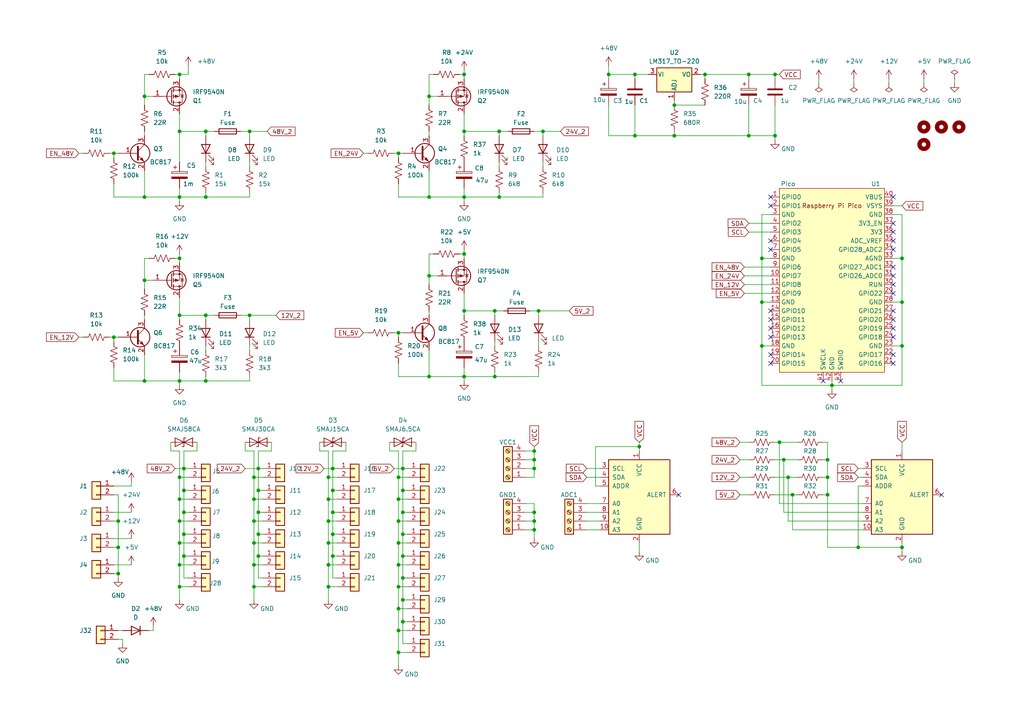
<source format=kicad_sch>
(kicad_sch (version 20231120) (generator "eeschema") (generator_version "8.0")
  (paper "A4")
  (junction (at 248.92 158.75))
  (junction (at 72.39 38.1))
  (junction (at 124.46 109.22))
  (junction (at 184.15 39.37))
  (junction (at 96.52 148.59))
  (junction (at 41.91 57.15))
  (junction (at 95.25 138.43))
  (junction (at 73.66 144.78))
  (junction (at 95.25 170.18))
  (junction (at 156.21 90.17))
  (junction (at 41.91 27.94))
  (junction (at 73.66 163.83))
  (junction (at 220.98 74.93))
  (junction (at 73.66 170.18))
  (junction (at 115.57 163.83))
  (junction (at 115.57 96.52))
  (junction (at 154.94 135.89))
  (junction (at 115.57 138.43))
  (junction (at 52.07 163.83))
  (junction (at 241.3 111.76))
  (junction (at 72.39 91.44))
  (junction (at 74.93 161.29))
  (junction (at 220.98 87.63))
  (junction (at 116.84 167.64))
  (junction (at 52.07 74.93))
  (junction (at 204.47 21.59))
  (junction (at 59.69 38.1))
  (junction (at 224.79 21.59))
  (junction (at 52.07 38.1))
  (junction (at 95.25 144.78))
  (junction (at 134.62 57.15))
  (junction (at 74.93 154.94))
  (junction (at 74.93 148.59))
  (junction (at 95.25 157.48))
  (junction (at 154.94 148.59))
  (junction (at 52.07 110.49))
  (junction (at 227.33 133.35))
  (junction (at 34.29 166.37))
  (junction (at 116.84 173.99))
  (junction (at 220.98 100.33))
  (junction (at 52.07 144.78))
  (junction (at 41.91 81.28))
  (junction (at 154.94 151.13))
  (junction (at 217.17 21.59))
  (junction (at 115.57 182.88))
  (junction (at 96.52 142.24))
  (junction (at 224.79 39.37))
  (junction (at 34.29 158.75))
  (junction (at 116.84 180.34))
  (junction (at 143.51 109.22))
  (junction (at 96.52 135.89))
  (junction (at 261.62 74.93))
  (junction (at 115.57 151.13))
  (junction (at 157.48 38.1))
  (junction (at 115.57 144.78))
  (junction (at 41.91 110.49))
  (junction (at 134.62 73.66))
  (junction (at 53.34 161.29))
  (junction (at 261.62 100.33))
  (junction (at 52.07 57.15))
  (junction (at 154.94 153.67))
  (junction (at 116.84 161.29))
  (junction (at 144.78 38.1))
  (junction (at 52.07 157.48))
  (junction (at 240.03 138.43))
  (junction (at 228.6 138.43))
  (junction (at 143.51 90.17))
  (junction (at 53.34 142.24))
  (junction (at 115.57 170.18))
  (junction (at 154.94 130.81))
  (junction (at 74.93 142.24))
  (junction (at 34.29 151.13))
  (junction (at 195.58 30.48))
  (junction (at 52.07 138.43))
  (junction (at 73.66 157.48))
  (junction (at 229.87 143.51))
  (junction (at 134.62 38.1))
  (junction (at 116.84 148.59))
  (junction (at 240.03 133.35))
  (junction (at 124.46 27.94))
  (junction (at 184.15 21.59))
  (junction (at 226.06 128.27))
  (junction (at 73.66 151.13))
  (junction (at 134.62 109.22))
  (junction (at 115.57 157.48))
  (junction (at 53.34 148.59))
  (junction (at 115.57 176.53))
  (junction (at 52.07 91.44))
  (junction (at 240.03 143.51))
  (junction (at 217.17 39.37))
  (junction (at 74.93 135.89))
  (junction (at 59.69 57.15))
  (junction (at 73.66 138.43))
  (junction (at 95.25 151.13))
  (junction (at 116.84 142.24))
  (junction (at 134.62 21.59))
  (junction (at 124.46 57.15))
  (junction (at 52.07 170.18))
  (junction (at 52.07 21.59))
  (junction (at 53.34 154.94))
  (junction (at 115.57 44.45))
  (junction (at 185.42 129.54))
  (junction (at 59.69 91.44))
  (junction (at 261.62 87.63))
  (junction (at 96.52 161.29))
  (junction (at 33.02 97.79))
  (junction (at 96.52 154.94))
  (junction (at 33.02 44.45))
  (junction (at 59.69 110.49))
  (junction (at 195.58 39.37))
  (junction (at 176.53 21.59))
  (junction (at 52.07 151.13))
  (junction (at 115.57 189.23))
  (junction (at 144.78 57.15))
  (junction (at 95.25 163.83))
  (junction (at 134.62 90.17))
  (junction (at 53.34 135.89))
  (junction (at 116.84 154.94))
  (junction (at 116.84 135.89))
  (junction (at 124.46 80.01))
  (junction (at 261.62 158.75))
  (junction (at 154.94 133.35))
  (no_connect (at 259.08 90.17))
  (no_connect (at 259.08 95.25))
  (no_connect (at 259.08 80.01))
  (no_connect (at 259.08 69.85))
  (no_connect (at 259.08 85.09))
  (no_connect (at 259.08 72.39))
  (no_connect (at 223.52 72.39))
  (no_connect (at 259.08 105.41))
  (no_connect (at 223.52 69.85))
  (no_connect (at 259.08 77.47))
  (no_connect (at 223.52 95.25))
  (no_connect (at 223.52 105.41))
  (no_connect (at 259.08 102.87))
  (no_connect (at 259.08 92.71))
  (no_connect (at 238.76 110.49))
  (no_connect (at 223.52 92.71))
  (no_connect (at 223.52 102.87))
  (no_connect (at 259.08 57.15))
  (no_connect (at 223.52 59.69))
  (no_connect (at 259.08 97.79))
  (no_connect (at 243.84 110.49))
  (no_connect (at 259.08 64.77))
  (no_connect (at 259.08 82.55))
  (no_connect (at 223.52 97.79))
  (no_connect (at 196.85 143.51))
  (no_connect (at 273.05 143.51))
  (no_connect (at 223.52 57.15))
  (no_connect (at 259.08 67.31))
  (no_connect (at 223.52 90.17))
  (wire (pts (xy 157.48 57.15) (xy 157.48 55.88)))
  (wire (pts (xy 261.62 74.93) (xy 261.62 87.63)))
  (wire (pts (xy 115.57 57.15) (xy 124.46 57.15)))
  (wire (pts (xy 157.48 38.1) (xy 162.56 38.1)))
  (wire (pts (xy 184.15 30.48) (xy 184.15 39.37)))
  (wire (pts (xy 116.84 167.64) (xy 116.84 173.99)))
  (wire (pts (xy 134.62 72.39) (xy 134.62 73.66)))
  (wire (pts (xy 41.91 110.49) (xy 52.07 110.49)))
  (wire (pts (xy 215.9 82.55) (xy 223.52 82.55)))
  (wire (pts (xy 176.53 19.05) (xy 176.53 21.59)))
  (wire (pts (xy 261.62 62.23) (xy 261.62 74.93)))
  (wire (pts (xy 220.98 100.33) (xy 223.52 100.33)))
  (wire (pts (xy 217.17 67.31) (xy 223.52 67.31)))
  (wire (pts (xy 124.46 73.66) (xy 124.46 80.01)))
  (wire (pts (xy 74.93 135.89) (xy 76.2 135.89)))
  (wire (pts (xy 184.15 21.59) (xy 184.15 22.86)))
  (wire (pts (xy 224.79 21.59) (xy 226.06 21.59)))
  (wire (pts (xy 203.2 21.59) (xy 204.47 21.59)))
  (wire (pts (xy 115.57 163.83) (xy 115.57 170.18)))
  (wire (pts (xy 115.57 44.45) (xy 116.84 44.45)))
  (wire (pts (xy 185.42 128.27) (xy 185.42 129.54)))
  (wire (pts (xy 96.52 167.64) (xy 97.79 167.64)))
  (wire (pts (xy 73.66 170.18) (xy 76.2 170.18)))
  (wire (pts (xy 33.02 140.97) (xy 38.1 140.97)))
  (wire (pts (xy 118.11 186.69) (xy 116.84 186.69)))
  (wire (pts (xy 124.46 57.15) (xy 134.62 57.15)))
  (wire (pts (xy 105.41 44.45) (xy 106.68 44.45)))
  (wire (pts (xy 50.8 74.93) (xy 52.07 74.93)))
  (wire (pts (xy 116.84 148.59) (xy 116.84 154.94)))
  (wire (pts (xy 59.69 100.33) (xy 59.69 101.6)))
  (wire (pts (xy 143.51 107.95) (xy 143.51 109.22)))
  (wire (pts (xy 69.85 38.1) (xy 72.39 38.1)))
  (wire (pts (xy 116.84 173.99) (xy 118.11 173.99)))
  (wire (pts (xy 43.18 182.88) (xy 44.45 182.88)))
  (wire (pts (xy 124.46 27.94) (xy 124.46 30.48)))
  (wire (pts (xy 170.18 151.13) (xy 173.99 151.13)))
  (wire (pts (xy 49.53 128.27) (xy 49.53 130.81)))
  (wire (pts (xy 59.69 91.44) (xy 62.23 91.44)))
  (wire (pts (xy 115.57 163.83) (xy 118.11 163.83)))
  (wire (pts (xy 116.84 130.81) (xy 120.65 130.81)))
  (wire (pts (xy 257.81 22.86) (xy 257.81 24.13)))
  (wire (pts (xy 95.25 151.13) (xy 97.79 151.13)))
  (wire (pts (xy 52.07 144.78) (xy 52.07 138.43)))
  (wire (pts (xy 133.35 73.66) (xy 134.62 73.66)))
  (wire (pts (xy 31.75 97.79) (xy 33.02 97.79)))
  (wire (pts (xy 52.07 33.02) (xy 52.07 38.1)))
  (wire (pts (xy 259.08 74.93) (xy 261.62 74.93)))
  (wire (pts (xy 116.84 180.34) (xy 118.11 180.34)))
  (wire (pts (xy 154.94 151.13) (xy 154.94 153.67)))
  (wire (pts (xy 115.57 157.48) (xy 115.57 163.83)))
  (wire (pts (xy 116.84 148.59) (xy 118.11 148.59)))
  (wire (pts (xy 52.07 157.48) (xy 52.07 151.13)))
  (wire (pts (xy 74.93 135.89) (xy 74.93 130.81)))
  (wire (pts (xy 95.25 157.48) (xy 97.79 157.48)))
  (wire (pts (xy 115.57 151.13) (xy 115.57 157.48)))
  (wire (pts (xy 261.62 158.75) (xy 261.62 160.02)))
  (wire (pts (xy 248.92 158.75) (xy 261.62 158.75)))
  (wire (pts (xy 54.61 167.64) (xy 53.34 167.64)))
  (wire (pts (xy 240.03 143.51) (xy 240.03 158.75)))
  (wire (pts (xy 53.34 148.59) (xy 53.34 154.94)))
  (wire (pts (xy 73.66 138.43) (xy 73.66 144.78)))
  (wire (pts (xy 259.08 59.69) (xy 261.62 59.69)))
  (wire (pts (xy 69.85 91.44) (xy 72.39 91.44)))
  (wire (pts (xy 170.18 135.89) (xy 173.99 135.89)))
  (wire (pts (xy 105.41 96.52) (xy 106.68 96.52)))
  (wire (pts (xy 250.19 151.13) (xy 228.6 151.13)))
  (wire (pts (xy 95.25 170.18) (xy 95.25 173.99)))
  (wire (pts (xy 259.08 87.63) (xy 261.62 87.63)))
  (wire (pts (xy 250.19 140.97) (xy 248.92 140.97)))
  (wire (pts (xy 267.97 22.86) (xy 267.97 24.13)))
  (wire (pts (xy 134.62 57.15) (xy 144.78 57.15)))
  (wire (pts (xy 100.33 130.81) (xy 100.33 128.27)))
  (wire (pts (xy 73.66 157.48) (xy 76.2 157.48)))
  (wire (pts (xy 114.3 44.45) (xy 115.57 44.45)))
  (wire (pts (xy 95.25 151.13) (xy 95.25 157.48)))
  (wire (pts (xy 44.45 182.88) (xy 44.45 181.61)))
  (wire (pts (xy 72.39 91.44) (xy 80.01 91.44)))
  (wire (pts (xy 33.02 166.37) (xy 34.29 166.37)))
  (wire (pts (xy 96.52 148.59) (xy 96.52 154.94)))
  (wire (pts (xy 52.07 170.18) (xy 52.07 173.99)))
  (wire (pts (xy 33.02 97.79) (xy 33.02 99.06)))
  (wire (pts (xy 154.94 153.67) (xy 154.94 156.21)))
  (wire (pts (xy 127 27.94) (xy 124.46 27.94)))
  (wire (pts (xy 74.93 142.24) (xy 76.2 142.24)))
  (wire (pts (xy 224.79 22.86) (xy 224.79 21.59)))
  (wire (pts (xy 124.46 49.53) (xy 124.46 57.15)))
  (wire (pts (xy 220.98 62.23) (xy 220.98 74.93)))
  (wire (pts (xy 241.3 111.76) (xy 241.3 113.03)))
  (wire (pts (xy 176.53 21.59) (xy 176.53 22.86)))
  (wire (pts (xy 33.02 110.49) (xy 41.91 110.49)))
  (wire (pts (xy 49.53 130.81) (xy 52.07 130.81)))
  (wire (pts (xy 229.87 153.67) (xy 229.87 143.51)))
  (wire (pts (xy 41.91 21.59) (xy 41.91 27.94)))
  (wire (pts (xy 59.69 38.1) (xy 59.69 39.37)))
  (wire (pts (xy 43.18 21.59) (xy 41.91 21.59)))
  (wire (pts (xy 115.57 138.43) (xy 115.57 130.81)))
  (wire (pts (xy 172.72 140.97) (xy 172.72 129.54)))
  (wire (pts (xy 240.03 128.27) (xy 240.03 133.35)))
  (wire (pts (xy 52.07 86.36) (xy 52.07 91.44)))
  (wire (pts (xy 31.75 44.45) (xy 33.02 44.45)))
  (wire (pts (xy 156.21 99.06) (xy 156.21 100.33)))
  (wire (pts (xy 52.07 38.1) (xy 59.69 38.1)))
  (wire (pts (xy 152.4 151.13) (xy 154.94 151.13)))
  (wire (pts (xy 73.66 138.43) (xy 73.66 130.81)))
  (wire (pts (xy 53.34 154.94) (xy 53.34 161.29)))
  (wire (pts (xy 115.57 138.43) (xy 115.57 144.78)))
  (wire (pts (xy 226.06 128.27) (xy 231.14 128.27)))
  (wire (pts (xy 124.46 21.59) (xy 124.46 27.94)))
  (wire (pts (xy 134.62 20.32) (xy 134.62 21.59)))
  (wire (pts (xy 204.47 21.59) (xy 217.17 21.59)))
  (wire (pts (xy 156.21 90.17) (xy 156.21 91.44)))
  (wire (pts (xy 184.15 21.59) (xy 187.96 21.59)))
  (wire (pts (xy 261.62 100.33) (xy 261.62 111.76)))
  (wire (pts (xy 52.07 110.49) (xy 52.07 111.76)))
  (wire (pts (xy 96.52 148.59) (xy 97.79 148.59)))
  (wire (pts (xy 76.2 138.43) (xy 73.66 138.43)))
  (wire (pts (xy 72.39 110.49) (xy 72.39 109.22)))
  (wire (pts (xy 52.07 151.13) (xy 54.61 151.13)))
  (wire (pts (xy 33.02 156.21) (xy 38.1 156.21)))
  (wire (pts (xy 115.57 189.23) (xy 118.11 189.23)))
  (wire (pts (xy 134.62 109.22) (xy 134.62 110.49)))
  (wire (pts (xy 52.07 163.83) (xy 54.61 163.83)))
  (wire (pts (xy 72.39 39.37) (xy 72.39 38.1)))
  (wire (pts (xy 115.57 53.34) (xy 115.57 57.15)))
  (wire (pts (xy 115.57 182.88) (xy 118.11 182.88)))
  (wire (pts (xy 95.25 138.43) (xy 95.25 130.81)))
  (wire (pts (xy 33.02 44.45) (xy 33.02 45.72)))
  (wire (pts (xy 33.02 151.13) (xy 34.29 151.13)))
  (wire (pts (xy 176.53 30.48) (xy 176.53 39.37)))
  (wire (pts (xy 224.79 133.35) (xy 227.33 133.35)))
  (wire (pts (xy 71.12 130.81) (xy 71.12 128.27)))
  (wire (pts (xy 156.21 90.17) (xy 165.1 90.17)))
  (wire (pts (xy 143.51 99.06) (xy 143.51 100.33)))
  (wire (pts (xy 152.4 148.59) (xy 154.94 148.59)))
  (wire (pts (xy 59.69 110.49) (xy 72.39 110.49)))
  (wire (pts (xy 238.76 133.35) (xy 240.03 133.35)))
  (wire (pts (xy 115.57 151.13) (xy 118.11 151.13)))
  (wire (pts (xy 115.57 144.78) (xy 115.57 151.13)))
  (wire (pts (xy 73.66 170.18) (xy 73.66 173.99)))
  (wire (pts (xy 53.34 161.29) (xy 53.34 167.64)))
  (wire (pts (xy 97.79 138.43) (xy 95.25 138.43)))
  (wire (pts (xy 170.18 146.05) (xy 173.99 146.05)))
  (wire (pts (xy 59.69 109.22) (xy 59.69 110.49)))
  (wire (pts (xy 115.57 96.52) (xy 115.57 97.79)))
  (wire (pts (xy 95.25 144.78) (xy 95.25 151.13)))
  (wire (pts (xy 33.02 148.59) (xy 38.1 148.59)))
  (wire (pts (xy 195.58 39.37) (xy 217.17 39.37)))
  (wire (pts (xy 127 80.01) (xy 124.46 80.01)))
  (wire (pts (xy 41.91 49.53) (xy 41.91 57.15)))
  (wire (pts (xy 124.46 80.01) (xy 124.46 82.55)))
  (wire (pts (xy 176.53 21.59) (xy 184.15 21.59)))
  (wire (pts (xy 41.91 27.94) (xy 41.91 30.48)))
  (wire (pts (xy 134.62 57.15) (xy 134.62 58.42)))
  (wire (pts (xy 74.93 142.24) (xy 74.93 148.59)))
  (wire (pts (xy 116.84 142.24) (xy 116.84 148.59)))
  (wire (pts (xy 95.25 170.18) (xy 97.79 170.18)))
  (wire (pts (xy 116.84 142.24) (xy 118.11 142.24)))
  (wire (pts (xy 240.03 138.43) (xy 240.03 143.51)))
  (wire (pts (xy 53.34 142.24) (xy 54.61 142.24)))
  (wire (pts (xy 52.07 157.48) (xy 52.07 163.83)))
  (wire (pts (xy 33.02 57.15) (xy 41.91 57.15)))
  (wire (pts (xy 116.84 135.89) (xy 116.84 130.81)))
  (wire (pts (xy 74.93 167.64) (xy 76.2 167.64)))
  (wire (pts (xy 124.46 101.6) (xy 124.46 109.22)))
  (wire (pts (xy 74.93 130.81) (xy 78.74 130.81)))
  (wire (pts (xy 224.79 128.27) (xy 226.06 128.27)))
  (wire (pts (xy 53.34 135.89) (xy 53.34 142.24)))
  (wire (pts (xy 41.91 38.1) (xy 41.91 39.37)))
  (wire (pts (xy 33.02 53.34) (xy 33.02 57.15)))
  (wire (pts (xy 227.33 133.35) (xy 231.14 133.35)))
  (wire (pts (xy 143.51 90.17) (xy 146.05 90.17)))
  (wire (pts (xy 52.07 130.81) (xy 52.07 138.43)))
  (wire (pts (xy 223.52 62.23) (xy 220.98 62.23)))
  (wire (pts (xy 214.63 133.35) (xy 217.17 133.35)))
  (wire (pts (xy 59.69 46.99) (xy 59.69 48.26)))
  (wire (pts (xy 41.91 57.15) (xy 52.07 57.15)))
  (wire (pts (xy 116.84 173.99) (xy 116.84 180.34)))
  (wire (pts (xy 248.92 140.97) (xy 248.92 158.75)))
  (wire (pts (xy 74.93 161.29) (xy 76.2 161.29)))
  (wire (pts (xy 144.78 55.88) (xy 144.78 57.15)))
  (wire (pts (xy 33.02 44.45) (xy 34.29 44.45)))
  (wire (pts (xy 118.11 138.43) (xy 115.57 138.43)))
  (wire (pts (xy 41.91 102.87) (xy 41.91 110.49)))
  (wire (pts (xy 226.06 146.05) (xy 226.06 128.27)))
  (wire (pts (xy 74.93 148.59) (xy 74.93 154.94)))
  (wire (pts (xy 195.58 29.21) (xy 195.58 30.48)))
  (wire (pts (xy 116.84 135.89) (xy 118.11 135.89)))
  (wire (pts (xy 250.19 153.67) (xy 229.87 153.67)))
  (wire (pts (xy 33.02 97.79) (xy 34.29 97.79)))
  (wire (pts (xy 134.62 33.02) (xy 134.62 38.1)))
  (wire (pts (xy 115.57 170.18) (xy 118.11 170.18)))
  (wire (pts (xy 220.98 74.93) (xy 223.52 74.93)))
  (wire (pts (xy 118.11 144.78) (xy 115.57 144.78)))
  (wire (pts (xy 71.12 135.89) (xy 74.93 135.89)))
  (wire (pts (xy 115.57 176.53) (xy 115.57 182.88)))
  (wire (pts (xy 172.72 129.54) (xy 185.42 129.54)))
  (wire (pts (xy 73.66 163.83) (xy 73.66 170.18)))
  (wire (pts (xy 220.98 87.63) (xy 223.52 87.63)))
  (wire (pts (xy 134.62 21.59) (xy 134.62 22.86)))
  (wire (pts (xy 124.46 38.1) (xy 124.46 39.37)))
  (wire (pts (xy 224.79 30.48) (xy 224.79 39.37)))
  (wire (pts (xy 96.52 161.29) (xy 97.79 161.29)))
  (wire (pts (xy 41.91 81.28) (xy 41.91 83.82)))
  (wire (pts (xy 115.57 189.23) (xy 115.57 193.04)))
  (wire (pts (xy 220.98 111.76) (xy 241.3 111.76)))
  (wire (pts (xy 115.57 170.18) (xy 115.57 176.53)))
  (wire (pts (xy 52.07 144.78) (xy 54.61 144.78)))
  (wire (pts (xy 144.78 46.99) (xy 144.78 48.26)))
  (wire (pts (xy 96.52 135.89) (xy 96.52 130.81)))
  (wire (pts (xy 74.93 148.59) (xy 76.2 148.59)))
  (wire (pts (xy 261.62 128.27) (xy 261.62 130.81)))
  (wire (pts (xy 248.92 138.43) (xy 250.19 138.43)))
  (wire (pts (xy 41.91 74.93) (xy 41.91 81.28)))
  (wire (pts (xy 116.84 161.29) (xy 116.84 167.64)))
  (wire (pts (xy 73.66 144.78) (xy 73.66 151.13)))
  (wire (pts (xy 115.57 176.53) (xy 118.11 176.53)))
  (wire (pts (xy 144.78 57.15) (xy 157.48 57.15)))
  (wire (pts (xy 52.07 91.44) (xy 52.07 92.71)))
  (wire (pts (xy 156.21 109.22) (xy 156.21 107.95)))
  (wire (pts (xy 114.3 96.52) (xy 115.57 96.52)))
  (wire (pts (xy 52.07 138.43) (xy 54.61 138.43)))
  (wire (pts (xy 152.4 153.67) (xy 154.94 153.67)))
  (wire (pts (xy 53.34 161.29) (xy 54.61 161.29)))
  (wire (pts (xy 154.94 146.05) (xy 154.94 148.59)))
  (wire (pts (xy 116.84 135.89) (xy 116.84 142.24)))
  (wire (pts (xy 96.52 135.89) (xy 96.52 142.24)))
  (wire (pts (xy 215.9 80.01) (xy 223.52 80.01)))
  (wire (pts (xy 152.4 130.81) (xy 154.94 130.81)))
  (wire (pts (xy 115.57 109.22) (xy 124.46 109.22)))
  (wire (pts (xy 95.25 157.48) (xy 95.25 163.83)))
  (wire (pts (xy 97.79 144.78) (xy 95.25 144.78)))
  (wire (pts (xy 74.93 135.89) (xy 74.93 142.24)))
  (wire (pts (xy 52.07 170.18) (xy 54.61 170.18)))
  (wire (pts (xy 96.52 154.94) (xy 97.79 154.94)))
  (wire (pts (xy 116.84 154.94) (xy 118.11 154.94)))
  (wire (pts (xy 22.86 44.45) (xy 24.13 44.45)))
  (wire (pts (xy 34.29 158.75) (xy 34.29 166.37)))
  (wire (pts (xy 134.62 54.61) (xy 134.62 57.15)))
  (wire (pts (xy 154.94 135.89) (xy 154.94 133.35)))
  (wire (pts (xy 22.86 97.79) (xy 24.13 97.79)))
  (wire (pts (xy 116.84 180.34) (xy 116.84 186.69)))
  (wire (pts (xy 215.9 85.09) (xy 223.52 85.09)))
  (wire (pts (xy 241.3 110.49) (xy 241.3 111.76)))
  (wire (pts (xy 96.52 161.29) (xy 96.52 167.64)))
  (wire (pts (xy 54.61 21.59) (xy 54.61 19.05)))
  (wire (pts (xy 124.46 109.22) (xy 134.62 109.22)))
  (wire (pts (xy 157.48 46.99) (xy 157.48 48.26)))
  (wire (pts (xy 247.65 22.86) (xy 247.65 24.13)))
  (wire (pts (xy 115.57 182.88) (xy 115.57 189.23)))
  (wire (pts (xy 276.86 22.86) (xy 276.86 24.13)))
  (wire (pts (xy 52.07 74.93) (xy 52.07 76.2)))
  (wire (pts (xy 227.33 148.59) (xy 227.33 133.35)))
  (wire (pts (xy 134.62 90.17) (xy 134.62 91.44)))
  (wire (pts (xy 59.69 91.44) (xy 59.69 92.71)))
  (wire (pts (xy 220.98 87.63) (xy 220.98 100.33)))
  (wire (pts (xy 96.52 142.24) (xy 96.52 148.59)))
  (wire (pts (xy 115.57 105.41) (xy 115.57 109.22)))
  (wire (pts (xy 35.56 185.42) (xy 34.29 185.42)))
  (wire (pts (xy 259.08 62.23) (xy 261.62 62.23)))
  (wire (pts (xy 53.34 135.89) (xy 53.34 130.81)))
  (wire (pts (xy 248.92 135.89) (xy 250.19 135.89)))
  (wire (pts (xy 93.98 135.89) (xy 96.52 135.89)))
  (wire (pts (xy 250.19 146.05) (xy 226.06 146.05)))
  (wire (pts (xy 261.62 157.48) (xy 261.62 158.75)))
  (wire (pts (xy 96.52 154.94) (xy 96.52 161.29)))
  (wire (pts (xy 134.62 73.66) (xy 134.62 74.93)))
  (wire (pts (xy 154.94 148.59) (xy 154.94 151.13)))
  (wire (pts (xy 95.25 130.81) (xy 92.71 130.81)))
  (wire (pts (xy 52.07 54.61) (xy 52.07 57.15)))
  (wire (pts (xy 72.39 38.1) (xy 77.47 38.1)))
  (wire (pts (xy 95.25 163.83) (xy 95.25 170.18)))
  (wire (pts (xy 72.39 57.15) (xy 72.39 55.88)))
  (wire (pts (xy 59.69 57.15) (xy 72.39 57.15)))
  (wire (pts (xy 59.69 55.88) (xy 59.69 57.15)))
  (wire (pts (xy 134.62 38.1) (xy 144.78 38.1)))
  (wire (pts (xy 52.07 107.95) (xy 52.07 110.49)))
  (wire (pts (xy 195.58 30.48) (xy 204.47 30.48)))
  (wire (pts (xy 214.63 138.43) (xy 217.17 138.43)))
  (wire (pts (xy 134.62 38.1) (xy 134.62 39.37)))
  (wire (pts (xy 259.08 100.33) (xy 261.62 100.33)))
  (wire (pts (xy 170.18 153.67) (xy 173.99 153.67)))
  (wire (pts (xy 195.58 38.1) (xy 195.58 39.37)))
  (wire (pts (xy 154.94 138.43) (xy 154.94 135.89)))
  (wire (pts (xy 73.66 163.83) (xy 76.2 163.83)))
  (wire (pts (xy 152.4 135.89) (xy 154.94 135.89)))
  (wire (pts (xy 59.69 38.1) (xy 62.23 38.1)))
  (wire (pts (xy 78.74 130.81) (xy 78.74 128.27)))
  (wire (pts (xy 57.15 130.81) (xy 57.15 128.27)))
  (wire (pts (xy 144.78 38.1) (xy 147.32 38.1)))
  (wire (pts (xy 134.62 85.09) (xy 134.62 90.17)))
  (wire (pts (xy 115.57 157.48) (xy 118.11 157.48)))
  (wire (pts (xy 237.49 22.86) (xy 237.49 24.13)))
  (wire (pts (xy 53.34 154.94) (xy 54.61 154.94)))
  (wire (pts (xy 34.29 151.13) (xy 34.29 158.75)))
  (wire (pts (xy 217.17 64.77) (xy 223.52 64.77)))
  (wire (pts (xy 143.51 90.17) (xy 143.51 91.44)))
  (wire (pts (xy 214.63 128.27) (xy 217.17 128.27)))
  (wire (pts (xy 152.4 146.05) (xy 154.94 146.05)))
  (wire (pts (xy 228.6 151.13) (xy 228.6 138.43)))
  (wire (pts (xy 143.51 109.22) (xy 156.21 109.22)))
  (wire (pts (xy 34.29 182.88) (xy 35.56 182.88)))
  (wire (pts (xy 185.42 157.48) (xy 185.42 160.02)))
  (wire (pts (xy 74.93 154.94) (xy 74.93 161.29)))
  (wire (pts (xy 52.07 38.1) (xy 52.07 46.99)))
  (wire (pts (xy 95.25 163.83) (xy 97.79 163.83)))
  (wire (pts (xy 52.07 21.59) (xy 54.61 21.59)))
  (wire (pts (xy 115.57 44.45) (xy 115.57 45.72)))
  (wire (pts (xy 35.56 186.69) (xy 35.56 185.42)))
  (wire (pts (xy 215.9 77.47) (xy 223.52 77.47)))
  (wire (pts (xy 115.57 130.81) (xy 113.03 130.81)))
  (wire (pts (xy 217.17 21.59) (xy 224.79 21.59)))
  (wire (pts (xy 72.39 91.44) (xy 72.39 92.71)))
  (wire (pts (xy 224.79 143.51) (xy 229.87 143.51)))
  (wire (pts (xy 92.71 130.81) (xy 92.71 128.27)))
  (wire (pts (xy 59.69 57.15) (xy 52.07 57.15)))
  (wire (pts (xy 115.57 96.52) (xy 116.84 96.52)))
  (wire (pts (xy 154.94 130.81) (xy 154.94 129.54)))
  (wire (pts (xy 173.99 140.97) (xy 172.72 140.97)))
  (wire (pts (xy 73.66 151.13) (xy 73.66 157.48)))
  (wire (pts (xy 96.52 130.81) (xy 100.33 130.81)))
  (wire (pts (xy 238.76 138.43) (xy 240.03 138.43)))
  (wire (pts (xy 33.02 158.75) (xy 34.29 158.75)))
  (wire (pts (xy 240.03 133.35) (xy 240.03 138.43)))
  (wire (pts (xy 214.63 143.51) (xy 217.17 143.51)))
  (wire (pts (xy 261.62 87.63) (xy 261.62 100.33)))
  (wire (pts (xy 33.02 163.83) (xy 38.1 163.83)))
  (wire (pts (xy 154.94 38.1) (xy 157.48 38.1)))
  (wire (pts (xy 96.52 135.89) (xy 97.79 135.89)))
  (wire (pts (xy 185.42 129.54) (xy 185.42 130.81)))
  (wire (pts (xy 217.17 30.48) (xy 217.17 39.37)))
  (wire (pts (xy 153.67 90.17) (xy 156.21 90.17)))
  (wire (pts (xy 116.84 161.29) (xy 118.11 161.29)))
  (wire (pts (xy 170.18 148.59) (xy 173.99 148.59)))
  (wire (pts (xy 52.07 151.13) (xy 52.07 144.78)))
  (wire (pts (xy 220.98 74.93) (xy 220.98 87.63)))
  (wire (pts (xy 204.47 21.59) (xy 204.47 22.86)))
  (wire (pts (xy 52.07 73.66) (xy 52.07 74.93)))
  (wire (pts (xy 53.34 130.81) (xy 57.15 130.81)))
  (wire (pts (xy 125.73 73.66) (xy 124.46 73.66)))
  (wire (pts (xy 217.17 39.37) (xy 224.79 39.37)))
  (wire (pts (xy 157.48 38.1) (xy 157.48 39.37)))
  (wire (pts (xy 52.07 57.15) (xy 52.07 58.42)))
  (wire (pts (xy 59.69 110.49) (xy 52.07 110.49)))
  (wire (pts (xy 74.93 161.29) (xy 74.93 167.64)))
  (wire (pts (xy 34.29 166.37) (xy 34.29 167.64)))
  (wire (pts (xy 53.34 135.89) (xy 54.61 135.89)))
  (wire (pts (xy 50.8 21.59) (xy 52.07 21.59)))
  (wire (pts (xy 73.66 157.48) (xy 73.66 163.83)))
  (wire (pts (xy 217.17 21.59) (xy 217.17 22.86)))
  (wire (pts (xy 229.87 143.51) (xy 231.14 143.51)))
  (wire (pts (xy 184.15 39.37) (xy 195.58 39.37)))
  (wire (pts (xy 134.62 106.68) (xy 134.62 109.22)))
  (wire (pts (xy 52.07 163.83) (xy 52.07 170.18)))
  (wire (pts (xy 34.29 143.51) (xy 34.29 151.13)))
  (wire (pts (xy 96.52 142.24) (xy 97.79 142.24)))
  (wire (pts (xy 154.94 133.35) (xy 154.94 130.81)))
  (wire (pts (xy 240.03 158.75) (xy 248.92 158.75)))
  (wire (pts (xy 53.34 142.24) (xy 53.34 148.59)))
  (wire (pts (xy 224.79 39.37) (xy 224.79 40.64)))
  (wire (pts (xy 152.4 133.35) (xy 154.94 133.35)))
  (wire (pts (xy 52.07 157.48) (xy 54.61 157.48)))
  (wire (pts (xy 220.98 100.33) (xy 220.98 111.76)))
  (wire (pts (xy 144.78 38.1) (xy 144.78 39.37)))
  (wire (pts (xy 73.66 151.13) (xy 76.2 151.13)))
  (wire (pts (xy 50.8 135.89) (xy 53.34 135.89)))
  (wire (pts (xy 133.35 21.59) (xy 134.62 21.59)))
  (wire (pts (xy 52.07 21.59) (xy 52.07 22.86)))
  (wire (pts (xy 74.93 154.94) (xy 76.2 154.94)))
  (wire (pts (xy 33.02 143.51) (xy 34.29 143.51)))
  (wire (pts (xy 95.25 138.43) (xy 95.25 144.78)))
  (wire (pts (xy 114.3 135.89) (xy 116.84 135.89)))
  (wire (pts (xy 72.39 100.33) (xy 72.39 101.6)))
  (wire (pts (xy 113.03 130.81) (xy 113.03 128.27)))
  (wire (pts (xy 238.76 128.27) (xy 240.03 128.27)))
  (wire (pts (xy 238.76 143.51) (xy 240.03 143.51)))
  (wire (pts (xy 228.6 138.43) (xy 231.14 138.43)))
  (wire (pts (xy 76.2 144.78) (xy 73.66 144.78)))
  (wire (pts (xy 250.19 148.59) (xy 227.33 148.59)))
  (wire (pts (xy 33.02 106.68) (xy 33.02 110.49)))
  (wire (pts (xy 44.45 81.28) (xy 41.91 81.28)))
  (wire (pts (xy 41.91 91.44) (xy 41.91 92.71)))
  (wire (pts (xy 120.65 130.81) (xy 120.65 128.27)))
  (wire (pts (xy 143.51 109.22) (xy 134.62 109.22)))
  (wire (pts (xy 43.18 74.93) (xy 41.91 74.93)))
  (wire (pts (xy 261.62 111.76) (xy 241.3 111.76)))
  (wire (pts (xy 224.79 138.43) (xy 228.6 138.43)))
  (wire (pts (xy 116.84 154.94) (xy 116.84 161.29)))
  (wire (pts (xy 73.66 130.81) (xy 71.12 130.81)))
  (wire (pts (xy 53.34 148.59) (xy 54.61 148.59)))
  (wire (pts (xy 152.4 138.43) (xy 154.94 138.43)))
  (wire (pts (xy 44.45 27.94) (xy 41.91 27.94)))
  (wire (pts (xy 124.46 90.17) (xy 124.46 91.44)))
  (wire (pts (xy 134.62 90.17) (xy 143.51 90.17)))
  (wire (pts (xy 125.73 21.59) (xy 124.46 21.59)))
  (wire (pts (xy 170.18 138.43) (xy 173.99 138.43)))
  (wire (pts (xy 38.1 140.97) (xy 38.1 139.7)))
  (wire (pts (xy 176.53 39.37) (xy 184.15 39.37)))
  (wire (pts (xy 52.07 91.44) (xy 59.69 91.44)))
  (wire (pts (xy 72.39 46.99) (xy 72.39 48.26)))
  (wire (pts (xy 116.84 167.64) (xy 118.11 167.64)))
  (global_label "VCC" (shape input) (at 226.06 21.59 0) (property "Intersheetrefs" "${INTERSHEET_REFS}" (effects (hide yes))))
  (global_label "SCL" (shape input) (at 217.17 67.31 180) (property "Intersheetrefs" "${INTERSHEET_REFS}" (effects (hide yes))))
  (global_label "12V_2" (shape input) (at 93.98 135.89 180) (property "Intersheetrefs" "${INTERSHEET_REFS}" (effects (hide yes))))
  (global_label "12V_2" (shape input) (at 80.01 91.44 0) (property "Intersheetrefs" "${INTERSHEET_REFS}" (effects (hide yes))))
  (global_label "48V_2" (shape input) (at 214.63 128.27 180) (property "Intersheetrefs" "${INTERSHEET_REFS}" (effects (hide yes))))
  (global_label "5V_2" (shape input) (at 114.3 135.89 180) (property "Intersheetrefs" "${INTERSHEET_REFS}" (effects (hide yes))))
  (global_label "EN_48V" (shape input) (at 215.9 77.47 180) (property "Intersheetrefs" "${INTERSHEET_REFS}" (effects (hide yes))))
  (global_label "VCC" (shape input) (at 154.94 129.54 90) (property "Intersheetrefs" "${INTERSHEET_REFS}" (effects (hide yes))))
  (global_label "24V_2" (shape input) (at 162.56 38.1 0) (property "Intersheetrefs" "${INTERSHEET_REFS}" (effects (hide yes))))
  (global_label "SDA" (shape input) (at 248.92 138.43 180) (property "Intersheetrefs" "${INTERSHEET_REFS}" (effects (hide yes))))
  (global_label "24V_2" (shape input) (at 214.63 133.35 180) (property "Intersheetrefs" "${INTERSHEET_REFS}" (effects (hide yes))))
  (global_label "5V_2" (shape input) (at 165.1 90.17 0) (property "Intersheetrefs" "${INTERSHEET_REFS}" (effects (hide yes))))
  (global_label "VCC" (shape input) (at 261.62 128.27 90) (property "Intersheetrefs" "${INTERSHEET_REFS}" (effects (hide yes))))
  (global_label "EN_48V" (shape input) (at 22.86 44.45 180) (property "Intersheetrefs" "${INTERSHEET_REFS}" (effects (hide yes))))
  (global_label "12V_2" (shape input) (at 214.63 138.43 180) (property "Intersheetrefs" "${INTERSHEET_REFS}" (effects (hide yes))))
  (global_label "EN_5V" (shape input) (at 215.9 85.09 180) (property "Intersheetrefs" "${INTERSHEET_REFS}" (effects (hide yes))))
  (global_label "EN_12V" (shape input) (at 22.86 97.79 180) (property "Intersheetrefs" "${INTERSHEET_REFS}" (effects (hide yes))))
  (global_label "5V_2" (shape input) (at 214.63 143.51 180) (property "Intersheetrefs" "${INTERSHEET_REFS}" (effects (hide yes))))
  (global_label "EN_24V" (shape input) (at 105.41 44.45 180) (property "Intersheetrefs" "${INTERSHEET_REFS}" (effects (hide yes))))
  (global_label "EN_12V" (shape input) (at 215.9 82.55 180) (property "Intersheetrefs" "${INTERSHEET_REFS}" (effects (hide yes))))
  (global_label "VCC" (shape input) (at 185.42 128.27 90) (property "Intersheetrefs" "${INTERSHEET_REFS}" (effects (hide yes))))
  (global_label "EN_24V" (shape input) (at 215.9 80.01 180) (property "Intersheetrefs" "${INTERSHEET_REFS}" (effects (hide yes))))
  (global_label "SCL" (shape input) (at 170.18 135.89 180) (property "Intersheetrefs" "${INTERSHEET_REFS}" (effects (hide yes))))
  (global_label "48V_2" (shape input) (at 50.8 135.89 180) (property "Intersheetrefs" "${INTERSHEET_REFS}" (effects (hide yes))))
  (global_label "VCC" (shape input) (at 261.62 59.69 0) (property "Intersheetrefs" "${INTERSHEET_REFS}" (effects (hide yes))))
  (global_label "48V_2" (shape input) (at 77.47 38.1 0) (property "Intersheetrefs" "${INTERSHEET_REFS}" (effects (hide yes))))
  (global_label "SDA" (shape input) (at 217.17 64.77 180) (property "Intersheetrefs" "${INTERSHEET_REFS}" (effects (hide yes))))
  (global_label "EN_5V" (shape input) (at 105.41 96.52 180) (property "Intersheetrefs" "${INTERSHEET_REFS}" (effects (hide yes))))
  (global_label "24V_2" (shape input) (at 71.12 135.89 180) (property "Intersheetrefs" "${INTERSHEET_REFS}" (effects (hide yes))))
  (global_label "SCL" (shape input) (at 248.92 135.89 180) (property "Intersheetrefs" "${INTERSHEET_REFS}" (effects (hide yes))))
  (global_label "SDA" (shape input) (at 170.18 138.43 180) (property "Intersheetrefs" "${INTERSHEET_REFS}" (effects (hide yes))))
  (symbol (lib_id "Charleslabs_Parts:ADS1115_ADC_Module") (at 185.42 143.51 0) (unit 1)
    (property "Reference" "A2" (effects (hide yes)))
    (property "Value" "ADS1115_ADC_Module" (effects (hide yes)))
    (property "Footprint" "my_footprint_lib:ADS1115" (effects (hide yes)))
  )
  (symbol (lib_id "Device:R_US") (at 129.54 73.66 90) (unit 1)
    (property "Reference" "R22" (at 129.54 67.31 90))
    (property "Value" "10k" (at 129.54 69.85 90))
    (property "Footprint" "Resistor_SMD:R_1206_3216Metric" (effects (hide yes)))
    (property "Description" "Resistor, US symbol" (effects (hide yes)))
  )
  (symbol (lib_id "Connector_Generic:Conn_01x02") (at 81.28 167.64 0) (unit 1)
    (property "Reference" "J15" (at 83.82 167.64 0) (effects (justify left)))
    (property "Value" "DEAN_T" (effects (hide yes)))
    (property "Footprint" "my_footprint_lib:DEAN_T" (effects (hide yes)))
    (property "Description" "Generic connector, single row, 01x02, script generated (kicad-library-utils/schlib/autogen/connector/)" (effects (hide yes)))
  )
  (symbol (lib_id "Connector_Generic:Conn_01x02") (at 27.94 163.83 0) (mirror y) (unit 1)
    (property "Reference" "J4" (at 25.4 163.83 0) (effects (justify left)))
    (property "Value" "XT30" (effects (hide yes)))
    (property "Footprint" "my_footprint_lib:XT30" (effects (hide yes)))
    (property "Description" "Generic connector, single row, 01x02, script generated (kicad-library-utils/schlib/autogen/connector/)" (effects (hide yes)))
  )
  (symbol (lib_id "Device:R_US") (at 41.91 34.29 180) (unit 1)
    (property "Reference" "R6" (at 44.45 33.02 0) (effects (justify right)))
    (property "Value" "22R" (at 44.45 35.56 0) (effects (justify right)))
    (property "Footprint" "Resistor_SMD:R_1206_3216Metric" (effects (hide yes)))
    (property "Description" "Resistor, US symbol" (effects (hide yes)))
  )
  (symbol (lib_id "Connector_Generic:Conn_01x02") (at 27.94 148.59 0) (mirror y) (unit 1)
    (property "Reference" "J2" (at 25.4 148.59 0) (effects (justify left)))
    (property "Value" "DEAN_T" (effects (hide yes)))
    (property "Footprint" "my_footprint_lib:DEAN_T" (effects (hide yes)))
    (property "Description" "Generic connector, single row, 01x02, script generated (kicad-library-utils/schlib/autogen/connector/)" (effects (hide yes)))
  )
  (symbol (lib_id "power:+24V") (at 134.62 20.32 0) (unit 1)
    (property "Reference" "#PWR015" (effects (hide yes)))
    (property "Value" "+24V" (at 134.62 15.24 0))
    (property "Description" "Power symbol creates a global label with name \"+24V\"" (effects (hide yes)))
  )
  (symbol (lib_id "power:+48V") (at 176.53 19.05 0) (unit 1)
    (property "Reference" "#PWR013" (effects (hide yes)))
    (property "Value" "+48V" (at 176.53 13.97 0))
    (property "Description" "Power symbol creates a global label with name \"+48V\"" (effects (hide yes)))
  )
  (symbol (lib_id "Device:R_US") (at 33.02 102.87 180) (unit 1)
    (property "Reference" "R14" (at 35.56 101.5999 0) (effects (justify right)))
    (property "Value" "100k" (at 35.56 104.1399 0) (effects (justify right)))
    (property "Footprint" "Resistor_SMD:R_1206_3216Metric" (effects (hide yes)))
    (property "Description" "Resistor, US symbol" (effects (hide yes)))
  )
  (symbol (lib_id "Connector_Generic:Conn_01x02") (at 102.87 142.24 0) (unit 1)
    (property "Reference" "J17" (at 105.41 142.24 0) (effects (justify left)))
    (property "Value" "XT60" (effects (hide yes)))
    (property "Footprint" "my_footprint_lib:XT60" (effects (hide yes)))
    (property "Description" "Generic connector, single row, 01x02, script generated (kicad-library-utils/schlib/autogen/connector/)" (effects (hide yes)))
  )
  (symbol (lib_id "Device:R_US") (at 204.47 26.67 0) (unit 1)
    (property "Reference" "R36" (at 207.01 25.3999 0) (effects (justify left)))
    (property "Value" "220R" (at 207.01 27.9399 0) (effects (justify left)))
    (property "Footprint" "Resistor_SMD:R_1206_3216Metric" (effects (hide yes)))
    (property "Description" "Resistor, US symbol" (effects (hide yes)))
  )
  (symbol (lib_id "Diode:SMAJ30CA") (at 74.93 128.27 0) (unit 1)
    (property "Reference" "D5" (at 74.93 121.92 0))
    (property "Value" "SMAJ30CA" (at 74.93 124.46 0))
    (property "Footprint" "Diode_SMD:D_SMA" (effects (hide yes)))
    (property "Datasheet" "https://www.littelfuse.com/media?resourcetype=datasheets&itemid=75e32973-b177-4ee3-a0ff-cedaf1abdb93&filename=smaj-datasheet" (effects (hide yes)))
    (property "Description" "400W bidirectional Transient Voltage Suppressor, 30.0Vr, SMA(DO-214AC)" (effects (hide yes)))
  )
  (symbol (lib_id "power:GND") (at 134.62 110.49 0) (unit 1)
    (property "Reference" "#PWR012" (effects (hide yes)))
    (property "Value" "GND" (at 134.62 115.57 0))
    (property "Description" "Power symbol creates a global label with name \"GND\" , ground" (effects (hide yes)))
  )
  (symbol (lib_id "Connector_Generic:Conn_01x02") (at 123.19 173.99 0) (unit 1)
    (property "Reference" "J29" (at 125.73 173.99 0) (effects (justify left)))
    (property "Value" "XT30" (effects (hide yes)))
    (property "Footprint" "my_footprint_lib:XT30" (effects (hide yes)))
    (property "Description" "Generic connector, single row, 01x02, script generated (kicad-library-utils/schlib/autogen/connector/)" (effects (hide yes)))
  )
  (symbol (lib_id "Device:Fuse") (at 149.86 90.17 90) (unit 1)
    (property "Reference" "F4" (at 149.86 85.09 90))
    (property "Value" "Fuse" (at 149.86 87.63 90))
    (property "Footprint" "Fuse:Fuse_Blade_ATO_directSolder" (effects (hide yes)))
    (property "Description" "Fuse" (effects (hide yes)))
  )
  (symbol (lib_id "Device:R_US") (at 110.49 96.52 90) (unit 1)
    (property "Reference" "R19" (at 110.49 90.17 90))
    (property "Value" "10k" (at 110.49 92.71 90))
    (property "Footprint" "Resistor_SMD:R_1206_3216Metric" (effects (hide yes)))
    (property "Description" "Resistor, US symbol" (effects (hide yes)))
  )
  (symbol (lib_id "Transistor_FET:IRF9540N") (at 49.53 27.94 0) (mirror x) (unit 1)
    (property "Reference" "Q1" (at 55.88 29.2101 0) (effects (justify left)))
    (property "Value" "IRF9540N" (at 55.88 26.6701 0) (effects (justify left)))
    (property "Footprint" "Package_TO_SOT_THT:TO-220-3_Vertical" (effects (hide yes)))
    (property "Datasheet" "http://www.irf.com/product-info/datasheets/data/irf9540n.pdf" (effects (hide yes)))
    (property "Description" "-23A Id, -100V Vds, 117mOhm Rds, P-Channel HEXFET Power MOSFET, TO-220" (effects (hide yes)))
  )
  (symbol (lib_id "Connector_Generic:Conn_01x02") (at 102.87 154.94 0) (unit 1)
    (property "Reference" "J19" (at 105.41 154.94 0) (effects (justify left)))
    (property "Value" "XT60" (effects (hide yes)))
    (property "Footprint" "my_footprint_lib:XT60" (effects (hide yes)))
    (property "Description" "Generic connector, single row, 01x02, script generated (kicad-library-utils/schlib/autogen/connector/)" (effects (hide yes)))
  )
  (symbol (lib_id "Connector_Generic:Conn_01x02") (at 123.19 142.24 0) (unit 1)
    (property "Reference" "J23" (at 125.73 142.24 0) (effects (justify left)))
    (property "Value" "XT30" (effects (hide yes)))
    (property "Footprint" "my_footprint_lib:XT30" (effects (hide yes)))
    (property "Description" "Generic connector, single row, 01x02, script generated (kicad-library-utils/schlib/autogen/connector/)" (effects (hide yes)))
  )
  (symbol (lib_id "Connector_Generic:Conn_01x02") (at 81.28 161.29 0) (unit 1)
    (property "Reference" "J14" (at 83.82 161.29 0) (effects (justify left)))
    (property "Value" "DEAN_T" (effects (hide yes)))
    (property "Footprint" "my_footprint_lib:DEAN_T" (effects (hide yes)))
    (property "Description" "Generic connector, single row, 01x02, script generated (kicad-library-utils/schlib/autogen/connector/)" (effects (hide yes)))
  )
  (symbol (lib_id "Mechanical:MountingHole") (at 267.97 36.83 0) (unit 1)
    (property "Reference" "H1" (effects (hide yes)))
    (property "Value" "MountingHole" (effects (hide yes)))
    (property "Footprint" "MountingHole:MountingHole_3.2mm_M3" (effects (hide yes)))
    (property "Description" "Mounting Hole without connection" (effects (hide yes)))
  )
  (symbol (lib_id "Device:R_US") (at 234.95 133.35 90) (unit 1)
    (property "Reference" "R28" (at 234.95 130.81 90))
    (property "Value" "10k" (effects (hide yes)))
    (property "Footprint" "Resistor_SMD:R_1206_3216Metric" (effects (hide yes)))
    (property "Description" "Resistor, US symbol" (effects (hide yes)))
  )
  (symbol (lib_id "Transistor_FET:IRF9540N") (at 132.08 27.94 0) (mirror x) (unit 1)
    (property "Reference" "Q2" (at 138.43 29.2101 0) (effects (justify left)))
    (property "Value" "IRF9540N" (at 138.43 26.6701 0) (effects (justify left)))
    (property "Footprint" "Package_TO_SOT_THT:TO-220-3_Vertical" (effects (hide yes)))
    (property "Datasheet" "http://www.irf.com/product-info/datasheets/data/irf9540n.pdf" (effects (hide yes)))
    (property "Description" "-23A Id, -100V Vds, 117mOhm Rds, P-Channel HEXFET Power MOSFET, TO-220" (effects (hide yes)))
  )
  (symbol (lib_id "Device:R_US") (at 134.62 43.18 0) (unit 1)
    (property "Reference" "R37" (at 137.16 41.9099 0) (effects (justify left)))
    (property "Value" "1k" (at 137.16 44.4499 0) (effects (justify left)))
    (property "Footprint" "Resistor_SMD:R_1206_3216Metric" (effects (hide yes)))
    (property "Description" "Resistor, US symbol" (effects (hide yes)))
  )
  (symbol (lib_id "power:GND") (at 95.25 173.99 0) (unit 1)
    (property "Reference" "#PWR024" (effects (hide yes)))
    (property "Value" "GND" (at 99.06 176.53 0))
    (property "Description" "Power symbol creates a global label with name \"GND\" , ground" (effects (hide yes)))
  )
  (symbol (lib_id "Connector_Generic:Conn_01x02") (at 59.69 135.89 0) (unit 1)
    (property "Reference" "J5" (at 62.738 136.652 0))
    (property "Value" "XT90" (effects (hide yes)))
    (property "Footprint" "my_footprint_lib:XT90" (effects (hide yes)))
    (property "Description" "Generic connector, single row, 01x02, script generated (kicad-library-utils/schlib/autogen/connector/)" (effects (hide yes)))
  )
  (symbol (lib_id "Connector_Generic:Conn_01x02") (at 123.19 186.69 0) (unit 1)
    (property "Reference" "J31" (at 125.73 186.69 0) (effects (justify left)))
    (property "Value" "XT30" (effects (hide yes)))
    (property "Footprint" "my_footprint_lib:XT30" (effects (hide yes)))
    (property "Description" "Generic connector, single row, 01x02, script generated (kicad-library-utils/schlib/autogen/connector/)" (effects (hide yes)))
  )
  (symbol (lib_id "Transistor_BJT:BC817") (at 121.92 96.52 0) (unit 1)
    (property "Reference" "Q8" (at 127 95.25 0) (effects (justify left)))
    (property "Value" "BC817" (at 127 99.06 0) (effects (justify left)))
    (property "Footprint" "Package_TO_SOT_SMD:SOT-23" (effects (hide yes)))
    (property "Datasheet" "https://www.onsemi.com/pub/Collateral/BC818-D.pdf" (effects (hide yes)))
    (property "Description" "0.8A Ic, 45V Vce, NPN Transistor, SOT-23" (effects (hide yes)))
  )
  (symbol (lib_id "Device:R_US") (at 220.98 143.51 90) (unit 1)
    (property "Reference" "R31" (at 220.98 140.97 90))
    (property "Value" "10k" (effects (hide yes)))
    (property "Footprint" "Resistor_SMD:R_1206_3216Metric" (effects (hide yes)))
    (property "Description" "Resistor, US symbol" (effects (hide yes)))
  )
  (symbol (lib_id "MCU_RaspberryPi_and_Boards:Pico") (at 241.3 81.28 0) (unit 1)
    (property "Reference" "U1" (at 254 53.34 0))
    (property "Value" "Pico" (at 228.6 53.34 0))
    (property "Footprint" "MCU_RaspberryPi_and_Boards:RPi_Pico_SMD_TH" (effects (hide yes)))
  )
  (symbol (lib_id "Mechanical:MountingHole") (at 278.13 36.83 0) (unit 1)
    (property "Reference" "H3" (effects (hide yes)))
    (property "Value" "MountingHole" (effects (hide yes)))
    (property "Footprint" "MountingHole:MountingHole_3.2mm_M3" (effects (hide yes)))
    (property "Description" "Mounting Hole without connection" (effects (hide yes)))
  )
  (symbol (lib_id "Device:C") (at 184.15 26.67 0) (unit 1)
    (property "Reference" "C1" (at 185.42 29.21 0) (effects (justify left)))
    (property "Value" "1u" (at 181.102 29.464 0) (effects (justify left)))
    (property "Footprint" "Capacitor_SMD:C_1206_3216Metric" (effects (hide yes)))
    (property "Description" "Unpolarized capacitor" (effects (hide yes)))
  )
  (symbol (lib_id "power:GND") (at 261.62 160.02 0) (unit 1)
    (property "Reference" "#PWR011" (effects (hide yes)))
    (property "Value" "GND" (at 265.43 162.56 0))
    (property "Description" "Power symbol creates a global label with name \"GND\" , ground" (effects (hide yes)))
  )
  (symbol (lib_id "Device:C") (at 224.79 26.67 0) (unit 1)
    (property "Reference" "C2" (at 228.6 25.4 0) (effects (justify left)))
    (property "Value" "1u" (at 226.314 29.21 0) (effects (justify left)))
    (property "Footprint" "Capacitor_SMD:C_1206_3216Metric" (effects (hide yes)))
    (property "Description" "Unpolarized capacitor" (effects (hide yes)))
  )
  (symbol (lib_id "Device:Fuse") (at 151.13 38.1 90) (unit 1)
    (property "Reference" "F2" (at 151.13 33.02 90))
    (property "Value" "Fuse" (at 151.13 35.56 90))
    (property "Footprint" "Fuse:Fuse_Blade_ATO_directSolder" (effects (hide yes)))
    (property "Description" "Fuse" (effects (hide yes)))
  )
  (symbol (lib_id "Connector:Screw_Terminal_01x04") (at 147.32 151.13 180) (unit 1)
    (property "Reference" "GND1" (at 147.32 143.51 0))
    (property "Value" "Screw_Terminal_01x04" (effects (hide yes)))
    (property "Footprint" "TerminalBlock:TerminalBlock_Xinya_XY308-2.54-4P_1x04_P2.54mm_Horizontal" (effects (hide yes)))
    (property "Description" "Generic screw terminal, single row, 01x04, script generated (kicad-library-utils/schlib/autogen/connector/)" (effects (hide yes)))
  )
  (symbol (lib_id "Diode:SMAJ6.5CA") (at 116.84 128.27 0) (unit 1)
    (property "Reference" "D4" (at 116.84 121.92 0))
    (property "Value" "SMAJ6.5CA" (at 116.84 124.46 0))
    (property "Footprint" "Diode_SMD:D_SMA" (effects (hide yes)))
    (property "Datasheet" "https://www.littelfuse.com/media?resourcetype=datasheets&itemid=75e32973-b177-4ee3-a0ff-cedaf1abdb93&filename=smaj-datasheet" (effects (hide yes)))
    (property "Description" "400W bidirectional Transient Voltage Suppressor, 6.5Vr, SMA(DO-214AC)" (effects (hide yes)))
  )
  (symbol (lib_id "Device:LED") (at 59.69 43.18 90) (unit 1)
    (property "Reference" "D8" (at 66.04 43.4974 90) (effects (justify right)))
    (property "Value" "LED" (at 66.04 46.0374 90) (effects (justify right)))
    (property "Footprint" "Diode_SMD:D_1206_3216Metric" (effects (hide yes)))
    (property "Description" "Light emitting diode" (effects (hide yes)))
  )
  (symbol (lib_id "power:+12V") (at 257.81 22.86 0) (unit 1)
    (property "Reference" "#PWR03" (effects (hide yes)))
    (property "Value" "+12V" (at 257.81 17.78 0))
    (property "Description" "Power symbol creates a global label with name \"+12V\"" (effects (hide yes)))
  )
  (symbol (lib_id "Device:C_Polarized") (at 176.53 26.67 0) (unit 1)
    (property "Reference" "C3" (at 177.8 29.21 0) (effects (justify left)))
    (property "Value" "10u" (at 171.958 28.956 0) (effects (justify left)))
    (property "Footprint" "Capacitor_Tantalum_SMD:CP_EIA-7343-15_Kemet-W" (effects (hide yes)))
    (property "Description" "Polarized capacitor" (effects (hide yes)))
  )
  (symbol (lib_id "Device:R_US") (at 46.99 21.59 90) (unit 1)
    (property "Reference" "R5" (at 46.99 15.24 90))
    (property "Value" "10k" (at 46.99 17.78 90))
    (property "Footprint" "Resistor_SMD:R_1206_3216Metric" (effects (hide yes)))
    (property "Description" "Resistor, US symbol" (effects (hide yes)))
  )
  (symbol (lib_id "Device:R_US") (at 234.95 143.51 90) (unit 1)
    (property "Reference" "R32" (at 234.95 140.97 90))
    (property "Value" "100k" (effects (hide yes)))
    (property "Footprint" "Resistor_SMD:R_1206_3216Metric" (effects (hide yes)))
    (property "Description" "Resistor, US symbol" (effects (hide yes)))
  )
  (symbol (lib_id "Device:R_US") (at 220.98 138.43 90) (unit 1)
    (property "Reference" "R29" (at 220.98 135.89 90))
    (property "Value" "100k" (effects (hide yes)))
    (property "Footprint" "Resistor_SMD:R_1206_3216Metric" (effects (hide yes)))
    (property "Description" "Resistor, US symbol" (effects (hide yes)))
  )
  (symbol (lib_id "Connector_Generic:Conn_01x02") (at 59.69 148.59 0) (unit 1)
    (property "Reference" "J7" (at 62.738 148.59 0))
    (property "Value" "XT90" (effects (hide yes)))
    (property "Footprint" "my_footprint_lib:XT90" (effects (hide yes)))
    (property "Description" "Generic connector, single row, 01x02, script generated (kicad-library-utils/schlib/autogen/connector/)" (effects (hide yes)))
  )
  (symbol (lib_id "Transistor_BJT:BC817") (at 39.37 97.79 0) (unit 1)
    (property "Reference" "Q6" (at 44.45 96.52 0) (effects (justify left)))
    (property "Value" "BC817" (at 44.45 100.33 0) (effects (justify left)))
    (property "Footprint" "Package_TO_SOT_SMD:SOT-23" (effects (hide yes)))
    (property "Datasheet" "https://www.onsemi.com/pub/Collateral/BC818-D.pdf" (effects (hide yes)))
    (property "Description" "0.8A Ic, 45V Vce, NPN Transistor, SOT-23" (effects (hide yes)))
  )
  (symbol (lib_id "Connector_Generic:Conn_01x02") (at 81.28 154.94 0) (unit 1)
    (property "Reference" "J13" (at 83.82 154.94 0) (effects (justify left)))
    (property "Value" "DEAN_T" (effects (hide yes)))
    (property "Footprint" "my_footprint_lib:DEAN_T" (effects (hide yes)))
    (property "Description" "Generic connector, single row, 01x02, script generated (kicad-library-utils/schlib/autogen/connector/)" (effects (hide yes)))
  )
  (symbol (lib_id "power:+48V") (at 38.1 139.7 0) (unit 1)
    (property "Reference" "#PWR019" (effects (hide yes)))
    (property "Value" "+48V" (at 34.798 136.906 0))
    (property "Description" "Power symbol creates a global label with name \"+48V\"" (effects (hide yes)))
  )
  (symbol (lib_id "Connector_Generic:Conn_01x02") (at 81.28 135.89 0) (unit 1)
    (property "Reference" "J10" (at 83.82 135.89 0) (effects (justify left)))
    (property "Value" "DEAN_T" (effects (hide yes)))
    (property "Footprint" "my_footprint_lib:DEAN_T" (effects (hide yes)))
    (property "Description" "Generic connector, single row, 01x02, script generated (kicad-library-utils/schlib/autogen/connector/)" (effects (hide yes)))
  )
  (symbol (lib_id "power:+48V") (at 237.49 22.86 0) (unit 1)
    (property "Reference" "#PWR01" (effects (hide yes)))
    (property "Value" "+48V" (at 237.49 17.78 0))
    (property "Description" "Power symbol creates a global label with name \"+48V\"" (effects (hide yes)))
  )
  (symbol (lib_id "power:+48V") (at 44.45 181.61 0) (unit 1)
    (property "Reference" "#PWR030" (effects (hide yes)))
    (property "Value" "+48V" (at 44.45 176.53 0))
    (property "Description" "Power symbol creates a global label with name \"+48V\"" (effects (hide yes)))
  )
  (symbol (lib_id "power:PWR_FLAG") (at 276.86 22.86 0) (unit 1)
    (property "Reference" "#FLG05" (effects (hide yes)))
    (property "Value" "PWR_FLAG" (at 276.86 17.78 0))
    (property "Description" "Special symbol for telling ERC where power comes from" (effects (hide yes)))
  )
  (symbol (lib_id "Connector_Generic:Conn_01x02") (at 123.19 148.59 0) (unit 1)
    (property "Reference" "J24" (at 125.73 148.59 0) (effects (justify left)))
    (property "Value" "XT30" (effects (hide yes)))
    (property "Footprint" "my_footprint_lib:XT30" (effects (hide yes)))
    (property "Description" "Generic connector, single row, 01x02, script generated (kicad-library-utils/schlib/autogen/connector/)" (effects (hide yes)))
  )
  (symbol (lib_id "Device:LED") (at 144.78 43.18 90) (unit 1)
    (property "Reference" "D7" (at 148.59 43.4974 90) (effects (justify right)))
    (property "Value" "LED" (at 148.59 46.0374 90) (effects (justify right)))
    (property "Footprint" "Diode_SMD:D_1206_3216Metric" (effects (hide yes)))
    (property "Description" "Light emitting diode" (effects (hide yes)))
  )
  (symbol (lib_id "Connector_Generic:Conn_01x02") (at 123.19 180.34 0) (unit 1)
    (property "Reference" "J30" (at 125.73 180.34 0) (effects (justify left)))
    (property "Value" "XT30" (effects (hide yes)))
    (property "Footprint" "my_footprint_lib:XT30" (effects (hide yes)))
    (property "Description" "Generic connector, single row, 01x02, script generated (kicad-library-utils/schlib/autogen/connector/)" (effects (hide yes)))
  )
  (symbol (lib_id "power:GND") (at 52.07 58.42 0) (unit 1)
    (property "Reference" "#PWR07" (effects (hide yes)))
    (property "Value" "GND" (at 52.07 63.5 0))
    (property "Description" "Power symbol creates a global label with name \"GND\" , ground" (effects (hide yes)))
  )
  (symbol (lib_id "Charleslabs_Parts:ADS1115_ADC_Module") (at 261.62 143.51 0) (unit 1)
    (property "Reference" "A1" (effects (hide yes)))
    (property "Value" "ADS1115_ADC_Module" (effects (hide yes)))
    (property "Footprint" "my_footprint_lib:ADS1115" (effects (hide yes)))
  )
  (symbol (lib_id "Device:R_US") (at 115.57 101.6 180) (unit 1)
    (property "Reference" "R20" (at 118.11 100.33 0) (effects (justify right)))
    (property "Value" "100k" (at 118.11 102.87 0) (effects (justify right)))
    (property "Footprint" "Resistor_SMD:R_1206_3216Metric" (effects (hide yes)))
    (property "Description" "Resistor, US symbol" (effects (hide yes)))
  )
  (symbol (lib_id "Diode:SMAJ58CA") (at 53.34 128.27 0) (unit 1)
    (property "Reference" "D6" (at 53.34 121.92 0))
    (property "Value" "SMAJ58CA" (at 53.34 124.46 0))
    (property "Footprint" "Diode_SMD:D_SMA" (effects (hide yes)))
    (property "Datasheet" "https://www.littelfuse.com/media?resourcetype=datasheets&itemid=75e32973-b177-4ee3-a0ff-cedaf1abdb93&filename=smaj-datasheet" (effects (hide yes)))
    (property "Description" "400W bidirectional Transient Voltage Suppressor, 58.0Vr, SMA(DO-214AC)" (effects (hide yes)))
  )
  (symbol (lib_id "Transistor_FET:IRF9540N") (at 132.08 80.01 0) (mirror x) (unit 1)
    (property "Reference" "Q7" (at 138.43 81.2801 0) (effects (justify left)))
    (property "Value" "IRF9540N" (at 138.43 78.7401 0) (effects (justify left)))
    (property "Footprint" "Package_TO_SOT_THT:TO-220-3_Vertical" (effects (hide yes)))
    (property "Datasheet" "http://www.irf.com/product-info/datasheets/data/irf9540n.pdf" (effects (hide yes)))
    (property "Description" "-23A Id, -100V Vds, 117mOhm Rds, P-Channel HEXFET Power MOSFET, TO-220" (effects (hide yes)))
  )
  (symbol (lib_id "Transistor_FET:IRF9540N") (at 49.53 81.28 0) (mirror x) (unit 1)
    (property "Reference" "Q5" (at 55.88 82.5501 0) (effects (justify left)))
    (property "Value" "IRF9540N" (at 55.88 80.0101 0) (effects (justify left)))
    (property "Footprint" "Package_TO_SOT_THT:TO-220-3_Vertical" (effects (hide yes)))
    (property "Datasheet" "http://www.irf.com/product-info/datasheets/data/irf9540n.pdf" (effects (hide yes)))
    (property "Description" "-23A Id, -100V Vds, 117mOhm Rds, P-Channel HEXFET Power MOSFET, TO-220" (effects (hide yes)))
  )
  (symbol (lib_id "Device:R_US") (at 157.48 52.07 0) (unit 1)
    (property "Reference" "R10" (at 160.02 50.7999 0) (effects (justify left)))
    (property "Value" "6k8" (at 160.02 53.3399 0) (effects (justify left)))
    (property "Footprint" "Resistor_SMD:R_1206_3216Metric" (effects (hide yes)))
    (property "Description" "Resistor, US symbol" (effects (hide yes)))
  )
  (symbol (lib_id "power:GND") (at 224.79 40.64 0) (unit 1)
    (property "Reference" "#PWR014" (effects (hide yes)))
    (property "Value" "GND" (at 228.6 43.18 0))
    (property "Description" "Power symbol creates a global label with name \"GND\" , ground" (effects (hide yes)))
  )
  (symbol (lib_id "power:GND") (at 52.07 111.76 0) (unit 1)
    (property "Reference" "#PWR010" (effects (hide yes)))
    (property "Value" "GND" (at 52.07 116.84 0))
    (property "Description" "Power symbol creates a global label with name \"GND\" , ground" (effects (hide yes)))
  )
  (symbol (lib_id "Device:R_US") (at 27.94 97.79 90) (unit 1)
    (property "Reference" "R13" (at 27.94 91.44 90))
    (property "Value" "10k" (at 27.94 93.98 90))
    (property "Footprint" "Resistor_SMD:R_1206_3216Metric" (effects (hide yes)))
    (property "Description" "Resistor, US symbol" (effects (hide yes)))
  )
  (symbol (lib_id "Device:R_US") (at 156.21 104.14 0) (unit 1)
    (property "Reference" "R24" (at 158.75 102.8699 0) (effects (justify left)))
    (property "Value" "1k" (at 158.75 105.4099 0) (effects (justify left)))
    (property "Footprint" "Resistor_SMD:R_1206_3216Metric" (effects (hide yes)))
    (property "Description" "Resistor, US symbol" (effects (hide yes)))
  )
  (symbol (lib_id "power:GND") (at 276.86 24.13 0) (unit 1)
    (property "Reference" "#PWR05" (effects (hide yes)))
    (property "Value" "GND" (at 276.86 29.21 0))
    (property "Description" "Power symbol creates a global label with name \"GND\" , ground" (effects (hide yes)))
  )
  (symbol (lib_id "power:GND") (at 154.94 156.21 0) (unit 1)
    (property "Reference" "#PWR033" (effects (hide yes)))
    (property "Value" "GND" (at 158.75 158.75 0))
    (property "Description" "Power symbol creates a global label with name \"GND\" , ground" (effects (hide yes)))
  )
  (symbol (lib_id "Connector_Generic:Conn_01x02") (at 59.69 161.29 0) (unit 1)
    (property "Reference" "J9" (at 62.484 162.814 0))
    (property "Value" "XT90" (effects (hide yes)))
    (property "Footprint" "my_footprint_lib:XT90" (effects (hide yes)))
    (property "Description" "Generic connector, single row, 01x02, script generated (kicad-library-utils/schlib/autogen/connector/)" (effects (hide yes)))
  )
  (symbol (lib_id "Connector_Generic:Conn_01x02") (at 81.28 142.24 0) (unit 1)
    (property "Reference" "J11" (at 83.82 142.24 0) (effects (justify left)))
    (property "Value" "DEAN_T" (effects (hide yes)))
    (property "Footprint" "my_footprint_lib:DEAN_T" (effects (hide yes)))
    (property "Description" "Generic connector, single row, 01x02, script generated (kicad-library-utils/schlib/autogen/connector/)" (effects (hide yes)))
  )
  (symbol (lib_id "power:PWR_FLAG") (at 237.49 24.13 180) (unit 1)
    (property "Reference" "#FLG01" (effects (hide yes)))
    (property "Value" "PWR_FLAG" (at 237.49 29.21 0))
    (property "Description" "Special symbol for telling ERC where power comes from" (effects (hide yes)))
  )
  (symbol (lib_id "Connector_Generic:Conn_01x02") (at 81.28 148.59 0) (unit 1)
    (property "Reference" "J12" (at 83.82 148.59 0) (effects (justify left)))
    (property "Value" "DEAN_T" (effects (hide yes)))
    (property "Footprint" "my_footprint_lib:DEAN_T" (effects (hide yes)))
    (property "Description" "Generic connector, single row, 01x02, script generated (kicad-library-utils/schlib/autogen/connector/)" (effects (hide yes)))
  )
  (symbol (lib_id "power:+48V") (at 54.61 19.05 0) (unit 1)
    (property "Reference" "#PWR06" (effects (hide yes)))
    (property "Value" "+48V" (at 57.15 17.7799 0) (effects (justify left)))
    (property "Description" "Power symbol creates a global label with name \"+48V\"" (effects (hide yes)))
  )
  (symbol (lib_id "Device:C_Polarized") (at 52.07 104.14 0) (unit 1)
    (property "Reference" "C6" (at 55.118 102.108 0) (effects (justify left)))
    (property "Value" "47u" (at 54.864 104.648 0) (effects (justify left)))
    (property "Footprint" "Capacitor_THT:CP_Radial_D6.3mm_P2.50mm" (effects (hide yes)))
    (property "Description" "Polarized capacitor" (effects (hide yes)))
  )
  (symbol (lib_id "power:+24V") (at 38.1 148.59 0) (unit 1)
    (property "Reference" "#PWR020" (effects (hide yes)))
    (property "Value" "+24V" (at 38.1 143.51 0))
    (property "Description" "Power symbol creates a global label with name \"+24V\"" (effects (hide yes)))
  )
  (symbol (lib_id "Device:R_US") (at 234.95 138.43 90) (unit 1)
    (property "Reference" "R30" (at 234.95 135.89 90))
    (property "Value" "33k" (effects (hide yes)))
    (property "Footprint" "Resistor_SMD:R_1206_3216Metric" (effects (hide yes)))
    (property "Description" "Resistor, US symbol" (effects (hide yes)))
  )
  (symbol (lib_id "power:+12V") (at 52.07 73.66 0) (unit 1)
    (property "Reference" "#PWR016" (effects (hide yes)))
    (property "Value" "+12V" (at 52.07 68.58 0))
    (property "Description" "Power symbol creates a global label with name \"+12V\"" (effects (hide yes)))
  )
  (symbol (lib_id "Diode:SMAJ15CA") (at 96.52 128.27 0) (unit 1)
    (property "Reference" "D3" (at 96.52 121.92 0))
    (property "Value" "SMAJ15CA" (at 96.52 124.46 0))
    (property "Footprint" "Diode_SMD:D_SMA" (effects (hide yes)))
    (property "Datasheet" "https://www.littelfuse.com/media?resourcetype=datasheets&itemid=75e32973-b177-4ee3-a0ff-cedaf1abdb93&filename=smaj-datasheet" (effects (hide yes)))
    (property "Description" "400W bidirectional Transient Voltage Suppressor, 15.0Vr, SMA(DO-214AC)" (effects (hide yes)))
  )
  (symbol (lib_id "Connector:Screw_Terminal_01x04") (at 165.1 151.13 180) (unit 1)
    (property "Reference" "ADC1" (at 165.1 143.51 0))
    (property "Value" "Screw_Terminal_01x04" (effects (hide yes)))
    (property "Footprint" "TerminalBlock:TerminalBlock_Xinya_XY308-2.54-4P_1x04_P2.54mm_Horizontal" (effects (hide yes)))
    (property "Description" "Generic screw terminal, single row, 01x04, script generated (kicad-library-utils/schlib/autogen/connector/)" (effects (hide yes)))
  )
  (symbol (lib_id "Connector:Screw_Terminal_01x04") (at 147.32 135.89 180) (unit 1)
    (property "Reference" "VCC1" (at 147.32 128.27 0))
    (property "Value" "Screw_Terminal_01x04" (effects (hide yes)))
    (property "Footprint" "TerminalBlock:TerminalBlock_Xinya_XY308-2.54-4P_1x04_P2.54mm_Horizontal" (effects (hide yes)))
    (property "Description" "Generic screw terminal, single row, 01x04, script generated (kicad-library-utils/schlib/autogen/connector/)" (effects (hide yes)))
  )
  (symbol (lib_id "Device:LED") (at 59.69 96.52 90) (unit 1)
    (property "Reference" "D11" (at 63.5 96.8374 90) (effects (justify right)))
    (property "Value" "LED" (at 63.5 99.3774 90) (effects (justify right)))
    (property "Footprint" "Diode_SMD:D_1206_3216Metric" (effects (hide yes)))
    (property "Description" "Light emitting diode" (effects (hide yes)))
  )
  (symbol (lib_id "Device:R_US") (at 220.98 133.35 90) (unit 1)
    (property "Reference" "R27" (at 220.98 130.81 90))
    (property "Value" "100k" (effects (hide yes)))
    (property "Footprint" "Resistor_SMD:R_1206_3216Metric" (effects (hide yes)))
    (property "Description" "Resistor, US symbol" (effects (hide yes)))
  )
  (symbol (lib_id "power:+12V") (at 38.1 156.21 0) (unit 1)
    (property "Reference" "#PWR021" (effects (hide yes)))
    (property "Value" "+12V" (at 38.1 151.13 0))
    (property "Description" "Power symbol creates a global label with name \"+12V\"" (effects (hide yes)))
  )
  (symbol (lib_id "Connector_Generic:Conn_01x02") (at 102.87 135.89 0) (unit 1)
    (property "Reference" "J16" (at 105.41 135.89 0) (effects (justify left)))
    (property "Value" "XT60" (effects (hide yes)))
    (property "Footprint" "my_footprint_lib:XT60" (effects (hide yes)))
    (property "Description" "Generic connector, single row, 01x02, script generated (kicad-library-utils/schlib/autogen/connector/)" (effects (hide yes)))
  )
  (symbol (lib_id "Device:LED") (at 157.48 43.18 90) (unit 1)
    (property "Reference" "D10" (at 161.29 43.4974 90) (effects (justify right)))
    (property "Value" "LED" (at 161.29 46.0374 90) (effects (justify right)))
    (property "Footprint" "Diode_SMD:D_1206_3216Metric" (effects (hide yes)))
    (property "Description" "Light emitting diode" (effects (hide yes)))
  )
  (symbol (lib_id "Transistor_BJT:BC817") (at 121.92 44.45 0) (unit 1)
    (property "Reference" "Q4" (at 127 43.18 0) (effects (justify left)))
    (property "Value" "BC817" (at 125.984 46.99 0) (effects (justify left)))
    (property "Footprint" "Package_TO_SOT_SMD:SOT-23" (effects (hide yes)))
    (property "Datasheet" "https://www.onsemi.com/pub/Collateral/BC818-D.pdf" (effects (hide yes)))
    (property "Description" "0.8A Ic, 45V Vce, NPN Transistor, SOT-23" (effects (hide yes)))
  )
  (symbol (lib_id "Device:LED") (at 156.21 95.25 90) (unit 1)
    (property "Reference" "D14" (effects (hide yes)))
    (property "Value" "LED" (at 160.02 98.1074 90) (effects (justify right)))
    (property "Footprint" "Diode_SMD:D_1206_3216Metric" (effects (hide yes)))
    (property "Description" "Light emitting diode" (effects (hide yes)))
  )
  (symbol (lib_id "Device:R_US") (at 72.39 105.41 0) (unit 1)
    (property "Reference" "R18" (at 74.93 104.14 0) (effects (justify left)))
    (property "Value" "3k3" (at 74.93 106.68 0) (effects (justify left)))
    (property "Footprint" "Resistor_SMD:R_1206_3216Metric" (effects (hide yes)))
    (property "Description" "Resistor, US symbol" (effects (hide yes)))
  )
  (symbol (lib_id "Connector_Generic:Conn_01x02") (at 27.94 156.21 0) (mirror y) (unit 1)
    (property "Reference" "J3" (at 25.4 156.21 0) (effects (justify left)))
    (property "Value" "XT60" (effects (hide yes)))
    (property "Footprint" "my_footprint_lib:XT60" (effects (hide yes)))
    (property "Description" "Generic connector, single row, 01x02, script generated (kicad-library-utils/schlib/autogen/connector/)" (effects (hide yes)))
  )
  (symbol (lib_id "Device:R_US") (at 72.39 52.07 0) (unit 1)
    (property "Reference" "R2" (at 74.93 50.7999 0) (effects (justify left)))
    (property "Value" "15k" (at 74.93 53.3399 0) (effects (justify left)))
    (property "Footprint" "Resistor_SMD:R_1206_3216Metric" (effects (hide yes)))
    (property "Description" "Resistor, US symbol" (effects (hide yes)))
  )
  (symbol (lib_id "Connector_Generic:Conn_01x02") (at 102.87 167.64 0) (unit 1)
    (property "Reference" "J21" (at 105.41 167.64 0) (effects (justify left)))
    (property "Value" "XT60" (effects (hide yes)))
    (property "Footprint" "my_footprint_lib:XT60" (effects (hide yes)))
    (property "Description" "Generic connector, single row, 01x02, script generated (kicad-library-utils/schlib/autogen/connector/)" (effects (hide yes)))
  )
  (symbol (lib_id "Connector_Generic:Conn_01x02") (at 102.87 161.29 0) (unit 1)
    (property "Reference" "J20" (at 105.41 161.29 0) (effects (justify left)))
    (property "Value" "XT60" (effects (hide yes)))
    (property "Footprint" "my_footprint_lib:XT60" (effects (hide yes)))
    (property "Description" "Generic connector, single row, 01x02, script generated (kicad-library-utils/schlib/autogen/connector/)" (effects (hide yes)))
  )
  (symbol (lib_id "Device:R_US") (at 124.46 34.29 180) (unit 1)
    (property "Reference" "R7" (at 127 33.02 0) (effects (justify right)))
    (property "Value" "22R" (at 127 35.56 0) (effects (justify right)))
    (property "Footprint" "Resistor_SMD:R_1206_3216Metric" (effects (hide yes)))
    (property "Description" "Resistor, US symbol" (effects (hide yes)))
  )
  (symbol (lib_id "Connector_Generic:Conn_01x02") (at 59.69 142.24 0) (unit 1)
    (property "Reference" "J6" (at 62.484 142.494 0))
    (property "Value" "XT90" (effects (hide yes)))
    (property "Footprint" "my_footprint_lib:XT90" (effects (hide yes)))
    (property "Description" "Generic connector, single row, 01x02, script generated (kicad-library-utils/schlib/autogen/connector/)" (effects (hide yes)))
  )
  (symbol (lib_id "power:GND") (at 35.56 186.69 0) (unit 1)
    (property "Reference" "#PWR031" (effects (hide yes)))
    (property "Value" "GND" (at 35.56 191.77 0))
    (property "Description" "Power symbol creates a global label with name \"GND\" , ground" (effects (hide yes)))
  )
  (symbol (lib_id "Device:R_US") (at 144.78 52.07 0) (unit 1)
    (property "Reference" "R9" (at 147.32 50.7999 0) (effects (justify left)))
    (property "Value" "6k8" (at 147.32 53.3399 0) (effects (justify left)))
    (property "Footprint" "Resistor_SMD:R_1206_3216Metric" (effects (hide yes)))
    (property "Description" "Resistor, US symbol" (effects (hide yes)))
  )
  (symbol (lib_id "Mechanical:MountingHole") (at 273.05 36.83 0) (unit 1)
    (property "Reference" "H2" (effects (hide yes)))
    (property "Value" "MountingHole" (effects (hide yes)))
    (property "Footprint" "MountingHole:MountingHole_3.2mm_M3" (effects (hide yes)))
    (property "Description" "Mounting Hole without connection" (effects (hide yes)))
  )
  (symbol (lib_id "Device:R_US") (at 134.62 95.25 0) (unit 1)
    (property "Reference" "R38" (at 137.16 93.9799 0) (effects (justify left)))
    (property "Value" "1k" (at 137.16 96.5199 0) (effects (justify left)))
    (property "Footprint" "Resistor_SMD:R_1206_3216Metric" (effects (hide yes)))
    (property "Description" "Resistor, US symbol" (effects (hide yes)))
  )
  (symbol (lib_id "Device:R_US") (at 234.95 128.27 90) (unit 1)
    (property "Reference" "R26" (at 234.95 125.73 90))
    (property "Value" "10k" (effects (hide yes)))
    (property "Footprint" "Resistor_SMD:R_1206_3216Metric" (effects (hide yes)))
    (property "Description" "Resistor, US symbol" (effects (hide yes)))
  )
  (symbol (lib_id "Device:Fuse") (at 66.04 38.1 90) (unit 1)
    (property "Reference" "F1" (at 66.04 33.02 90))
    (property "Value" "Fuse" (at 66.04 35.56 90))
    (property "Footprint" "Fuse:Fuse_Blade_ATO_directSolder" (effects (hide yes)))
    (property "Description" "Fuse" (effects (hide yes)))
  )
  (symbol (lib_id "power:GND") (at 241.3 113.03 0) (unit 1)
    (property "Reference" "#PWR08" (effects (hide yes)))
    (property "Value" "GND" (at 241.3 118.11 0))
    (property "Description" "Power symbol creates a global label with name \"GND\" , ground" (effects (hide yes)))
  )
  (symbol (lib_id "Device:R_US") (at 52.07 96.52 0) (unit 1)
    (property "Reference" "R34" (at 54.61 95.2499 0) (effects (justify left)))
    (property "Value" "1k" (at 54.61 97.7899 0) (effects (justify left)))
    (property "Footprint" "Resistor_SMD:R_1206_3216Metric" (effects (hide yes)))
    (property "Description" "Resistor, US symbol" (effects (hide yes)))
  )
  (symbol (lib_id "power:GND") (at 73.66 173.99 0) (unit 1)
    (property "Reference" "#PWR025" (effects (hide yes)))
    (property "Value" "GND" (at 77.47 176.53 0))
    (property "Description" "Power symbol creates a global label with name \"GND\" , ground" (effects (hide yes)))
  )
  (symbol (lib_id "Device:LED") (at 72.39 96.52 90) (unit 1)
    (property "Reference" "D12" (at 76.2 96.8374 90) (effects (justify right)))
    (property "Value" "LED" (at 76.2 99.3774 90) (effects (justify right)))
    (property "Footprint" "Diode_SMD:D_1206_3216Metric" (effects (hide yes)))
    (property "Description" "Light emitting diode" (effects (hide yes)))
  )
  (symbol (lib_id "power:GND") (at 34.29 167.64 0) (unit 1)
    (property "Reference" "#PWR023" (effects (hide yes)))
    (property "Value" "GND" (at 34.29 172.72 0))
    (property "Description" "Power symbol creates a global label with name \"GND\" , ground" (effects (hide yes)))
  )
  (symbol (lib_id "Device:R_US") (at 143.51 104.14 0) (unit 1)
    (property "Reference" "R23" (at 146.05 102.8699 0) (effects (justify left)))
    (property "Value" "1k" (at 146.05 105.4099 0) (effects (justify left)))
    (property "Footprint" "Resistor_SMD:R_1206_3216Metric" (effects (hide yes)))
    (property "Description" "Resistor, US symbol" (effects (hide yes)))
  )
  (symbol (lib_id "Device:R_US") (at 46.99 74.93 90) (unit 1)
    (property "Reference" "R16" (at 46.99 68.58 90))
    (property "Value" "10k" (at 46.99 71.12 90))
    (property "Footprint" "Resistor_SMD:R_1206_3216Metric" (effects (hide yes)))
    (property "Description" "Resistor, US symbol" (effects (hide yes)))
  )
  (symbol (lib_id "Device:R_US") (at 33.02 49.53 180) (unit 1)
    (property "Reference" "R12" (at 35.56 48.26 0) (effects (justify right)))
    (property "Value" "100k" (at 35.56 50.8 0) (effects (justify right)))
    (property "Footprint" "Resistor_SMD:R_1206_3216Metric" (effects (hide yes)))
    (property "Description" "Resistor, US symbol" (effects (hide yes)))
  )
  (symbol (lib_id "Connector_Generic:Conn_01x02") (at 123.19 154.94 0) (unit 1)
    (property "Reference" "J25" (at 125.73 154.94 0) (effects (justify left)))
    (property "Value" "XT30" (effects (hide yes)))
    (property "Footprint" "my_footprint_lib:XT30" (effects (hide yes)))
    (property "Description" "Generic connector, single row, 01x02, script generated (kicad-library-utils/schlib/autogen/connector/)" (effects (hide yes)))
  )
  (symbol (lib_id "power:GND") (at 115.57 193.04 0) (unit 1)
    (property "Reference" "#PWR026" (effects (hide yes)))
    (property "Value" "GND" (at 119.38 195.58 0))
    (property "Description" "Power symbol creates a global label with name \"GND\" , ground" (effects (hide yes)))
  )
  (symbol (lib_id "Mechanical:MountingHole") (at 267.97 41.91 0) (unit 1)
    (property "Reference" "H4" (effects (hide yes)))
    (property "Value" "MountingHole" (effects (hide yes)))
    (property "Footprint" "MountingHole:MountingHole_3.2mm_M3" (effects (hide yes)))
    (property "Description" "Mounting Hole without connection" (effects (hide yes)))
  )
  (symbol (lib_id "power:+5V") (at 38.1 163.83 0) (unit 1)
    (property "Reference" "#PWR022" (effects (hide yes)))
    (property "Value" "+5V" (at 38.1 158.75 0))
    (property "Description" "Power symbol creates a global label with name \"+5V\"" (effects (hide yes)))
  )
  (symbol (lib_id "Device:C_Polarized") (at 217.17 26.67 0) (unit 1)
    (property "Reference" "C4" (at 218.44 29.21 0) (effects (justify left)))
    (property "Value" "10u" (at 212.852 29.464 0) (effects (justify left)))
    (property "Footprint" "Capacitor_Tantalum_SMD:CP_EIA-7343-15_Kemet-W" (effects (hide yes)))
    (property "Description" "Polarized capacitor" (effects (hide yes)))
  )
  (symbol (lib_id "power:PWR_FLAG") (at 257.81 24.13 180) (unit 1)
    (property "Reference" "#FLG03" (effects (hide yes)))
    (property "Value" "PWR_FLAG" (at 257.81 29.21 0))
    (property "Description" "Special symbol for telling ERC where power comes from" (effects (hide yes)))
  )
  (symbol (lib_id "power:+24V") (at 247.65 22.86 0) (unit 1)
    (property "Reference" "#PWR02" (effects (hide yes)))
    (property "Value" "+24V" (at 247.65 17.78 0))
    (property "Description" "Power symbol creates a global label with name \"+24V\"" (effects (hide yes)))
  )
  (symbol (lib_id "Regulator_Linear:LM317_TO-220") (at 195.58 21.59 0) (unit 1)
    (property "Reference" "U2" (at 195.58 15.24 0))
    (property "Value" "LM317_TO-220" (at 195.58 17.78 0))
    (property "Footprint" "Package_TO_SOT_THT:TO-220-3_Vertical" (effects (hide yes)))
    (property "Datasheet" "http://www.ti.com/lit/ds/symlink/lm317.pdf" (effects (hide yes)))
    (property "Description" "1.5A 35V Adjustable Linear Regulator, TO-220" (effects (hide yes)))
  )
  (symbol (lib_id "Device:R_US") (at 124.46 86.36 180) (unit 1)
    (property "Reference" "R21" (at 127 85.09 0) (effects (justify right)))
    (property "Value" "22R" (at 127 87.63 0) (effects (justify right)))
    (property "Footprint" "Resistor_SMD:R_1206_3216Metric" (effects (hide yes)))
    (property "Description" "Resistor, US symbol" (effects (hide yes)))
  )
  (symbol (lib_id "Device:R_US") (at 59.69 105.41 0) (unit 1)
    (property "Reference" "R17" (at 62.23 104.1399 0) (effects (justify left)))
    (property "Value" "3k3" (at 62.23 106.6799 0) (effects (justify left)))
    (property "Footprint" "Resistor_SMD:R_1206_3216Metric" (effects (hide yes)))
    (property "Description" "Resistor, US symbol" (effects (hide yes)))
  )
  (symbol (lib_id "Connector_Generic:Conn_01x02") (at 29.21 182.88 0) (mirror y) (unit 1)
    (property "Reference" "J32" (at 26.67 182.88 0) (effects (justify left)))
    (property "Value" "Conn_01x02" (effects (hide yes)))
    (property "Footprint" "my_footprint_lib:XT90" (effects (hide yes)))
    (property "Description" "Generic connector, single row, 01x02, script generated (kicad-library-utils/schlib/autogen/connector/)" (effects (hide yes)))
  )
  (symbol (lib_id "Device:R_US") (at 195.58 34.29 0) (unit 1)
    (property "Reference" "R35" (at 198.12 33.0199 0) (effects (justify left)))
    (property "Value" "680R" (at 198.12 35.5599 0) (effects (justify left)))
    (property "Footprint" "Resistor_SMD:R_1206_3216Metric" (effects (hide yes)))
    (property "Description" "Resistor, US symbol" (effects (hide yes)))
  )
  (symbol (lib_id "power:PWR_FLAG") (at 267.97 24.13 180) (unit 1)
    (property "Reference" "#FLG04" (effects (hide yes)))
    (property "Value" "PWR_FLAG" (at 267.97 29.21 0))
    (property "Description" "Special symbol for telling ERC where power comes from" (effects (hide yes)))
  )
  (symbol (lib_id "Connector_Generic:Conn_01x02") (at 59.69 154.94 0) (unit 1)
    (property "Reference" "J8" (at 62.738 155.448 0))
    (property "Value" "XT90" (effects (hide yes)))
    (property "Footprint" "my_footprint_lib:XT90" (effects (hide yes)))
    (property "Description" "Generic connector, single row, 01x02, script generated (kicad-library-utils/schlib/autogen/connector/)" (effects (hide yes)))
  )
  (symbol (lib_id "power:GND") (at 134.62 58.42 0) (unit 1)
    (property "Reference" "#PWR09" (effects (hide yes)))
    (property "Value" "GND" (at 134.62 63.5 0))
    (property "Description" "Power symbol creates a global label with name \"GND\" , ground" (effects (hide yes)))
  )
  (symbol (lib_id "Device:D") (at 39.37 182.88 180) (unit 1)
    (property "Reference" "D2" (at 39.37 176.53 0))
    (property "Value" "D" (at 39.37 179.07 0))
    (property "Footprint" "Diode_SMD:D_3220_8050Metric" (effects (hide yes)))
    (property "Description" "Diode" (effects (hide yes)))
    (property "Sim.Device" "D" (effects (hide yes)))
    (property "Sim.Pins" "1=K 2=A" (effects (hide yes)))
  )
  (symbol (lib_id "Connector_Generic:Conn_01x02") (at 123.19 167.64 0) (unit 1)
    (property "Reference" "J27" (at 125.73 167.64 0) (effects (justify left)))
    (property "Value" "XT30" (effects (hide yes)))
    (property "Footprint" "my_footprint_lib:XT30" (effects (hide yes)))
    (property "Description" "Generic connector, single row, 01x02, script generated (kicad-library-utils/schlib/autogen/connector/)" (effects (hide yes)))
  )
  (symbol (lib_id "Device:R_US") (at 59.69 52.07 0) (unit 1)
    (property "Reference" "R1" (at 62.23 50.7999 0) (effects (justify left)))
    (property "Value" "15k" (at 62.23 53.3399 0) (effects (justify left)))
    (property "Footprint" "Resistor_SMD:R_1206_3216Metric" (effects (hide yes)))
    (property "Description" "Resistor, US symbol" (effects (hide yes)))
  )
  (symbol (lib_id "Connector_Generic:Conn_01x02") (at 27.94 140.97 0) (mirror y) (unit 1)
    (property "Reference" "J1" (at 25.4 140.97 0) (effects (justify left)))
    (property "Value" "XT90" (effects (hide yes)))
    (property "Footprint" "my_footprint_lib:XT90" (effects (hide yes)))
    (property "Description" "Generic connector, single row, 01x02, script generated (kicad-library-utils/schlib/autogen/connector/)" (effects (hide yes)))
  )
  (symbol (lib_id "Device:Fuse") (at 66.04 91.44 90) (unit 1)
    (property "Reference" "F3" (at 66.04 86.36 90))
    (property "Value" "Fuse" (at 66.04 88.9 90))
    (property "Footprint" "Fuse:Fuse_Blade_ATO_directSolder" (effects (hide yes)))
    (property "Description" "Fuse" (effects (hide yes)))
  )
  (symbol (lib_id "Device:R_US") (at 27.94 44.45 90) (unit 1)
    (property "Reference" "R11" (at 27.94 38.1 90))
    (property "Value" "10k" (at 27.94 40.64 90))
    (property "Footprint" "Resistor_SMD:R_1206_3216Metric" (effects (hide yes)))
    (property "Description" "Resistor, US symbol" (effects (hide yes)))
  )
  (symbol (lib_id "Device:R_US") (at 110.49 44.45 90) (unit 1)
    (property "Reference" "R3" (at 110.49 38.1 90))
    (property "Value" "10k" (at 110.49 40.64 90))
    (property "Footprint" "Resistor_SMD:R_1206_3216Metric" (effects (hide yes)))
    (property "Description" "Resistor, US symbol" (effects (hide yes)))
  )
  (symbol (lib_id "power:PWR_FLAG") (at 247.65 24.13 180) (unit 1)
    (property "Reference" "#FLG02" (effects (hide yes)))
    (property "Value" "PWR_FLAG" (at 247.65 29.21 0))
    (property "Description" "Special symbol for telling ERC where power comes from" (effects (hide yes)))
  )
  (symbol (lib_id "Device:C_Polarized") (at 134.62 102.87 0) (unit 1)
    (property "Reference" "C7" (at 137.668 100.584 0) (effects (justify left)))
    (property "Value" "47u" (at 137.668 104.394 0) (effects (justify left)))
    (property "Footprint" "Capacitor_THT:CP_Radial_D6.3mm_P2.50mm" (effects (hide yes)))
    (property "Description" "Polarized capacitor" (effects (hide yes)))
  )
  (symbol (lib_id "power:GND") (at 185.42 160.02 0) (unit 1)
    (property "Reference" "#PWR032" (effects (hide yes)))
    (property "Value" "GND" (at 189.23 162.56 0))
    (property "Description" "Power symbol creates a global label with name \"GND\" , ground" (effects (hide yes)))
  )
  (symbol (lib_id "power:+5V") (at 134.62 72.39 0) (unit 1)
    (property "Reference" "#PWR017" (effects (hide yes)))
    (property "Value" "+5V" (at 134.62 67.31 0))
    (property "Description" "Power symbol creates a global label with name \"+5V\"" (effects (hide yes)))
  )
  (symbol (lib_id "Device:C_Polarized") (at 134.62 50.8 0) (unit 1)
    (property "Reference" "C8" (at 137.668 48.768 0) (effects (justify left)))
    (property "Value" "47u" (at 137.922 52.324 0) (effects (justify left)))
    (property "Footprint" "Capacitor_THT:CP_Radial_D6.3mm_P2.50mm" (effects (hide yes)))
    (property "Description" "Polarized capacitor" (effects (hide yes)))
  )
  (symbol (lib_id "Device:C_Polarized") (at 52.07 50.8 0) (unit 1)
    (property "Reference" "C5" (at 54.102 48.006 0) (effects (justify left)))
    (property "Value" "1m" (at 53.086 53.34 0) (effects (justify left)))
    (property "Footprint" "Capacitor_THT:CP_Radial_D16.0mm_P7.50mm" (effects (hide yes)))
    (property "Description" "Polarized capacitor" (effects (hide yes)))
  )
  (symbol (lib_id "Connector_Generic:Conn_01x02") (at 123.19 135.89 0) (unit 1)
    (property "Reference" "J22" (at 125.73 135.89 0) (effects (justify left)))
    (property "Value" "XT30" (effects (hide yes)))
    (property "Footprint" "my_footprint_lib:XT30" (effects (hide yes)))
    (property "Description" "Generic connector, single row, 01x02, script generated (kicad-library-utils/schlib/autogen/connector/)" (effects (hide yes)))
  )
  (symbol (lib_id "Connector_Generic:Conn_01x02") (at 123.19 161.29 0) (unit 1)
    (property "Reference" "J26" (at 125.73 161.29 0) (effects (justify left)))
    (property "Value" "XT30" (effects (hide yes)))
    (property "Footprint" "my_footprint_lib:XT30" (effects (hide yes)))
    (property "Description" "Generic connector, single row, 01x02, script generated (kicad-library-utils/schlib/autogen/connector/)" (effects (hide yes)))
  )
  (symbol (lib_id "Device:R_US") (at 41.91 87.63 180) (unit 1)
    (property "Reference" "R15" (at 44.45 86.36 0) (effects (justify right)))
    (property "Value" "22R" (at 44.45 88.9 0) (effects (justify right)))
    (property "Footprint" "Resistor_SMD:R_1206_3216Metric" (effects (hide yes)))
    (property "Description" "Resistor, US symbol" (effects (hide yes)))
  )
  (symbol (lib_id "Device:R_US") (at 129.54 21.59 90) (unit 1)
    (property "Reference" "R8" (at 129.54 15.24 90))
    (property "Value" "10k" (at 129.54 17.78 90))
    (property "Footprint" "Resistor_SMD:R_1206_3216Metric" (effects (hide yes)))
    (property "Description" "Resistor, US symbol" (effects (hide yes)))
  )
  (symbol (lib_id "Connector_Generic:Conn_01x02") (at 59.69 167.64 0) (unit 1)
    (property "Reference" "J28" (at 62.484 169.164 0))
    (property "Value" "XT90" (effects (hide yes)))
    (property "Footprint" "my_footprint_lib:XT90" (effects (hide yes)))
    (property "Description" "Generic connector, single row, 01x02, script generated (kicad-library-utils/schlib/autogen/connector/)" (effects (hide yes)))
  )
  (symbol (lib_id "Device:R_US") (at 115.57 49.53 180) (unit 1)
    (property "Reference" "R4" (at 118.11 48.26 0) (effects (justify right)))
    (property "Value" "100k" (at 118.11 50.8 0) (effects (justify right)))
    (property "Footprint" "Resistor_SMD:R_1206_3216Metric" (effects (hide yes)))
    (property "Description" "Resistor, US symbol" (effects (hide yes)))
  )
  (symbol (lib_id "Device:R_US") (at 220.98 128.27 90) (unit 1)
    (property "Reference" "R25" (at 220.98 125.73 90))
    (property "Value" "100k" (effects (hide yes)))
    (property "Footprint" "Resistor_SMD:R_1206_3216Metric" (effects (hide yes)))
    (property "Description" "Resistor, US symbol" (effects (hide yes)))
  )
  (symbol (lib_id "Transistor_BJT:BC817") (at 39.37 44.45 0) (unit 1)
    (property "Reference" "Q3" (at 44.45 43.18 0) (effects (justify left)))
    (property "Value" "BC817" (at 43.434 46.99 0) (effects (justify left)))
    (property "Footprint" "Package_TO_SOT_SMD:SOT-23" (effects (hide yes)))
    (property "Datasheet" "https://www.onsemi.com/pub/Collateral/BC818-D.pdf" (effects (hide yes)))
    (property "Description" "0.8A Ic, 45V Vce, NPN Transistor, SOT-23" (effects (hide yes)))
  )
  (symbol (lib_id "Device:LED") (at 143.51 95.25 90) (unit 1)
    (property "Reference" "D13" (at 147.32 95.5674 90) (effects (justify right)))
    (property "Value" "LED" (at 147.32 98.1074 90) (effects (justify right)))
    (property "Footprint" "Diode_SMD:D_1206_3216Metric" (effects (hide yes)))
    (property "Description" "Light emitting diode" (effects (hide yes)))
  )
  (symbol (lib_id "power:GND") (at 52.07 173.99 0) (unit 1)
    (property "Reference" "#PWR018" (effects (hide yes)))
    (property "Value" "GND" (at 55.88 176.53 0))
    (property "Description" "Power symbol creates a global label with name \"GND\" , ground" (effects (hide yes)))
  )
  (symbol (lib_id "power:+5V") (at 267.97 22.86 0) (unit 1)
    (property "Reference" "#PWR04" (effects (hide yes)))
    (property "Value" "+5V" (at 267.97 17.78 0))
    (property "Description" "Power symbol creates a global label with name \"+5V\"" (effects (hide yes)))
  )
  (symbol (lib_id "Device:LED") (at 72.39 43.18 90) (unit 1)
    (property "Reference" "D9" (at 76.2 43.4974 90) (effects (justify right)))
    (property "Value" "LED" (at 76.2 46.0374 90) (effects (justify right)))
    (property "Footprint" "Diode_SMD:D_1206_3216Metric" (effects (hide yes)))
    (property "Description" "Light emitting diode" (effects (hide yes)))
  )
  (symbol (lib_id "Connector_Generic:Conn_01x02") (at 102.87 148.59 0) (unit 1)
    (property "Reference" "J18" (at 105.41 148.59 0) (effects (justify left)))
    (property "Value" "XT60" (effects (hide yes)))
    (property "Footprint" "my_footprint_lib:XT60" (effects (hide yes)))
    (property "Description" "Generic connector, single row, 01x02, script generated (kicad-library-utils/schlib/autogen/connector/)" (effects (hide yes)))
  )
)
</source>
